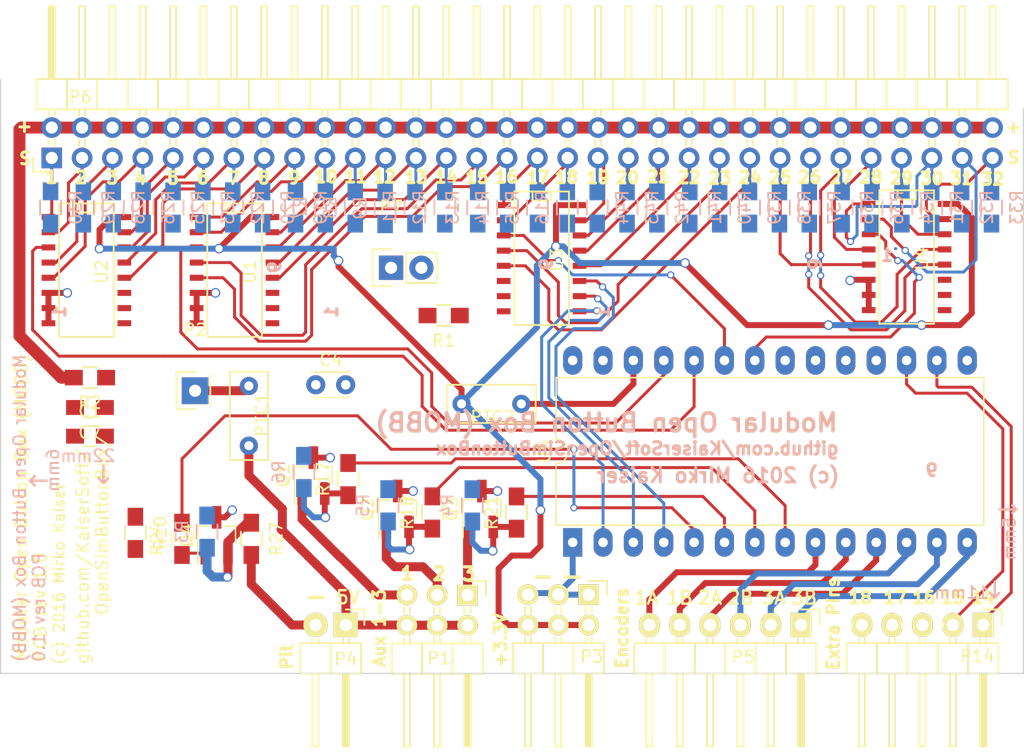
<source format=kicad_pcb>
(kicad_pcb (version 4) (host pcbnew 4.0.4-stable)
  (title_block (title "Modular Open Button Box (MOBB)") (date 2016-12-10) (rev "PCB rev RC6"))
  (layers (0 F.Cu signal) (31 B.Cu signal) (34 B.Paste user hide) (35 F.Paste user hide) (36 B.SilkS user hide) (37 F.SilkS user) (38 B.Mask user) (39 F.Mask user) (44 Edge.Cuts user))
  (net 0 "")
  (net 1 "Net-(P1-Pad1)")
  (net 2 +5V)
  (net 3 "Net-(P1-Pad3)")
  (net 4 "Net-(P1-Pad5)")
  (net 5 +3V3)
  (net 6 GND)
  (net 7 "Net-(P4-Pad2)")
  (net 8 "Net-(P5-Pad1)")
  (net 9 "Net-(P5-Pad2)")
  (net 10 "Net-(P5-Pad3)")
  (net 11 "Net-(P5-Pad4)")
  (net 12 "Net-(P5-Pad5)")
  (net 13 "Net-(P5-Pad6)")
  (net 14 "Net-(P6-Pad1)")
  (net 15 "Net-(P6-Pad3)")
  (net 16 "Net-(P6-Pad5)")
  (net 17 "Net-(P6-Pad7)")
  (net 18 "Net-(P6-Pad9)")
  (net 19 "Net-(P6-Pad11)")
  (net 20 "Net-(P6-Pad13)")
  (net 21 "Net-(P6-Pad15)")
  (net 22 "Net-(P6-Pad17)")
  (net 23 "Net-(P6-Pad19)")
  (net 24 "Net-(P6-Pad21)")
  (net 25 "Net-(P6-Pad23)")
  (net 26 "Net-(P6-Pad25)")
  (net 27 "Net-(P6-Pad27)")
  (net 28 "Net-(P6-Pad29)")
  (net 29 "Net-(P6-Pad31)")
  (net 30 "Net-(P6-Pad33)")
  (net 31 "Net-(P6-Pad35)")
  (net 32 "Net-(P6-Pad37)")
  (net 33 "Net-(P6-Pad39)")
  (net 34 "Net-(P6-Pad41)")
  (net 35 "Net-(P6-Pad43)")
  (net 36 "Net-(P6-Pad45)")
  (net 37 "Net-(P6-Pad47)")
  (net 38 "Net-(P6-Pad49)")
  (net 39 "Net-(P6-Pad51)")
  (net 40 "Net-(P6-Pad53)")
  (net 41 "Net-(P6-Pad55)")
  (net 42 "Net-(P6-Pad57)")
  (net 43 "Net-(P6-Pad59)")
  (net 44 "Net-(P6-Pad61)")
  (net 45 "Net-(P6-Pad63)")
  (net 46 "Net-(P14-Pad1)")
  (net 47 "Net-(P14-Pad2)")
  (net 48 "Net-(P14-Pad3)")
  (net 49 "Net-(P14-Pad4)")
  (net 50 "Net-(P14-Pad5)")
  (net 51 "Net-(Q1-Pad2)")
  (net 52 "Net-(Q2-Pad2)")
  (net 53 "Net-(Q3-Pad2)")
  (net 54 "Net-(U1-Pad3)")
  (net 55 "Net-(U1-Pad9)")
  (net 56 "Net-(U1-Pad10)")
  (net 57 "Net-(U1-Pad11)")
  (net 58 "Net-(U2-Pad3)")
  (net 59 "Net-(U3-Pad3)")
  (net 60 "Net-(U4-Pad3)")
  (net 61 "Net-(Q4-Pad2)")
  (net 62 "Net-(Q4-Pad1)")
  (net 63 "Net-(P2-Pad1)")
  (net 64 PINHEADERSRC)
  (net 65 "Net-(PTC2-Pad2)")
  (net 66 "Net-(P7-Pad2)")
  (net 67 "Net-(R1-Pad1)")
  (net 68 "Net-(R17-Pad2)")
  (net 69 "Net-(R18-Pad2)")
  (net 70 "Net-(R21-Pad2)")
  (net 71 "Net-(R24-Pad2)")
  (module Housings_DIP:DIP-28_W15.24mm_LongPads (layer F.Cu) (at 223.2 133.8 90)
    (fp_text reference U5 (at 7.62 -2.39 90) (layer F.SilkS))
    (fp_text value Teensy3.2)
    (pad 1 thru_hole rect (at 0 0 90) (size 2.4 1.6) (drill 0.8) (layers *.Cu *.Mask) (net 6 GND))
    (pad 15 thru_hole oval (at 15.24 33.02 90) (size 2.4 1.6) (drill 0.8) (layers *.Cu *.Mask) (net 67 "Net-(R1-Pad1)"))
    (pad 2 thru_hole oval (at 0 2.54 90) (size 2.4 1.6) (drill 0.8) (layers *.Cu *.Mask) (net 55 "Net-(U1-Pad9)"))
    (pad 16 thru_hole oval (at 15.24 30.48 90) (size 2.4 1.6) (drill 0.8) (layers *.Cu *.Mask) (net 46 "Net-(P14-Pad1)"))
    (pad 3 thru_hole oval (at 0 5.08 90) (size 2.4 1.6) (drill 0.8) (layers *.Cu *.Mask) (net 56 "Net-(U1-Pad10)"))
    (pad 17 thru_hole oval (at 15.24 27.94 90) (size 2.4 1.6) (drill 0.8) (layers *.Cu *.Mask) (net 47 "Net-(P14-Pad2)"))
    (pad 4 thru_hole oval (at 0 7.62 90) (size 2.4 1.6) (drill 0.8) (layers *.Cu *.Mask) (net 57 "Net-(U1-Pad11)"))
    (pad 18 thru_hole oval (at 15.24 25.4 90) (size 2.4 1.6) (drill 0.8) (layers *.Cu *.Mask) (net 48 "Net-(P14-Pad3)"))
    (pad 5 thru_hole oval (at 0 10.16 90) (size 2.4 1.6) (drill 0.8) (layers *.Cu *.Mask) (net 71 "Net-(R24-Pad2)"))
    (pad 19 thru_hole oval (at 15.24 22.86 90) (size 2.4 1.6) (drill 0.8) (layers *.Cu *.Mask) (net 49 "Net-(P14-Pad4)"))
    (pad 6 thru_hole oval (at 0 12.7 90) (size 2.4 1.6) (drill 0.8) (layers *.Cu *.Mask) (net 70 "Net-(R21-Pad2)"))
    (pad 20 thru_hole oval (at 15.24 20.32 90) (size 2.4 1.6) (drill 0.8) (layers *.Cu *.Mask) (net 50 "Net-(P14-Pad5)"))
    (pad 7 thru_hole oval (at 0 15.24 90) (size 2.4 1.6) (drill 0.8) (layers *.Cu *.Mask) (net 69 "Net-(R18-Pad2)"))
    (pad 21 thru_hole oval (at 15.24 17.78 90) (size 2.4 1.6) (drill 0.8) (layers *.Cu *.Mask))
    (pad 8 thru_hole oval (at 0 17.78 90) (size 2.4 1.6) (drill 0.8) (layers *.Cu *.Mask) (net 68 "Net-(R17-Pad2)"))
    (pad 22 thru_hole oval (at 15.24 15.24 90) (size 2.4 1.6) (drill 0.8) (layers *.Cu *.Mask) (net 60 "Net-(U4-Pad3)"))
    (pad 9 thru_hole oval (at 0 20.32 90) (size 2.4 1.6) (drill 0.8) (layers *.Cu *.Mask) (net 13 "Net-(P5-Pad6)"))
    (pad 23 thru_hole oval (at 15.24 12.7 90) (size 2.4 1.6) (drill 0.8) (layers *.Cu *.Mask) (net 59 "Net-(U3-Pad3)"))
    (pad 10 thru_hole oval (at 0 22.86 90) (size 2.4 1.6) (drill 0.8) (layers *.Cu *.Mask) (net 12 "Net-(P5-Pad5)"))
    (pad 24 thru_hole oval (at 15.24 10.16 90) (size 2.4 1.6) (drill 0.8) (layers *.Cu *.Mask) (net 58 "Net-(U2-Pad3)"))
    (pad 11 thru_hole oval (at 0 25.4 90) (size 2.4 1.6) (drill 0.8) (layers *.Cu *.Mask) (net 11 "Net-(P5-Pad4)"))
    (pad 25 thru_hole oval (at 15.24 7.62 90) (size 2.4 1.6) (drill 0.8) (layers *.Cu *.Mask) (net 54 "Net-(U1-Pad3)"))
    (pad 12 thru_hole oval (at 0 27.94 90) (size 2.4 1.6) (drill 0.8) (layers *.Cu *.Mask) (net 10 "Net-(P5-Pad3)"))
    (pad 26 thru_hole oval (at 15.24 5.08 90) (size 2.4 1.6) (drill 0.8) (layers *.Cu *.Mask) (net 65 "Net-(PTC2-Pad2)"))
    (pad 13 thru_hole oval (at 0 30.48 90) (size 2.4 1.6) (drill 0.8) (layers *.Cu *.Mask) (net 9 "Net-(P5-Pad2)"))
    (pad 27 thru_hole oval (at 15.24 2.54 90) (size 2.4 1.6) (drill 0.8) (layers *.Cu *.Mask))
    (pad 14 thru_hole oval (at 0 33.02 90) (size 2.4 1.6) (drill 0.8) (layers *.Cu *.Mask) (net 8 "Net-(P5-Pad1)"))
    (pad 28 thru_hole oval (at 15.24 0 90) (size 2.4 1.6) (drill 0.8) (layers *.Cu *.Mask))
  )
  (module Resistors_SMD:R_0805_HandSoldering (layer B.Cu) (at 194.75 105.75 90)
    (fp_text reference R22 (at 0 2.1 90) (layer B.SilkS) (effects (justify mirror)))
    (fp_text value 10K)
    (pad 1 smd rect (at -1.35 0 90) (size 1.5 1.3) (layers B.Cu B.Paste B.Mask) (net 6 GND))
    (pad 2 smd rect (at 1.35 0 90) (size 1.5 1.3) (layers B.Cu B.Paste B.Mask) (net 20 "Net-(P6-Pad13)"))
  )
  (module Pin_Headers:Pin_Header_Angled_2x32 (layer F.Cu) (at 179.6 101.6 90)
    (fp_text reference P6 (at 5.09 2.4 180) (layer F.SilkS))
    (fp_text value "BTN 1-32")
    (pad 1 thru_hole rect (at 0 0 90) (size 1.7272 1.7272) (drill 1.016) (layers *.Cu *.Mask) (net 14 "Net-(P6-Pad1)"))
    (pad 2 thru_hole oval (at 2.54 0 90) (size 1.7272 1.7272) (drill 1.016) (layers *.Cu *.Mask) (net 64 PINHEADERSRC))
    (pad 3 thru_hole oval (at 0 2.54 90) (size 1.7272 1.7272) (drill 1.016) (layers *.Cu *.Mask) (net 15 "Net-(P6-Pad3)"))
    (pad 4 thru_hole oval (at 2.54 2.54 90) (size 1.7272 1.7272) (drill 1.016) (layers *.Cu *.Mask) (net 64 PINHEADERSRC))
    (pad 5 thru_hole oval (at 0 5.08 90) (size 1.7272 1.7272) (drill 1.016) (layers *.Cu *.Mask) (net 16 "Net-(P6-Pad5)"))
    (pad 6 thru_hole oval (at 2.54 5.08 90) (size 1.7272 1.7272) (drill 1.016) (layers *.Cu *.Mask) (net 64 PINHEADERSRC))
    (pad 7 thru_hole oval (at 0 7.62 90) (size 1.7272 1.7272) (drill 1.016) (layers *.Cu *.Mask) (net 17 "Net-(P6-Pad7)"))
    (pad 8 thru_hole oval (at 2.54 7.62 90) (size 1.7272 1.7272) (drill 1.016) (layers *.Cu *.Mask) (net 64 PINHEADERSRC))
    (pad 9 thru_hole oval (at 0 10.16 90) (size 1.7272 1.7272) (drill 1.016) (layers *.Cu *.Mask) (net 18 "Net-(P6-Pad9)"))
    (pad 10 thru_hole oval (at 2.54 10.16 90) (size 1.7272 1.7272) (drill 1.016) (layers *.Cu *.Mask) (net 64 PINHEADERSRC))
    (pad 11 thru_hole oval (at 0 12.7 90) (size 1.7272 1.7272) (drill 1.016) (layers *.Cu *.Mask) (net 19 "Net-(P6-Pad11)"))
    (pad 12 thru_hole oval (at 2.54 12.7 90) (size 1.7272 1.7272) (drill 1.016) (layers *.Cu *.Mask) (net 64 PINHEADERSRC))
    (pad 13 thru_hole oval (at 0 15.24 90) (size 1.7272 1.7272) (drill 1.016) (layers *.Cu *.Mask) (net 20 "Net-(P6-Pad13)"))
    (pad 14 thru_hole oval (at 2.54 15.24 90) (size 1.7272 1.7272) (drill 1.016) (layers *.Cu *.Mask) (net 64 PINHEADERSRC))
    (pad 15 thru_hole oval (at 0 17.78 90) (size 1.7272 1.7272) (drill 1.016) (layers *.Cu *.Mask) (net 21 "Net-(P6-Pad15)"))
    (pad 16 thru_hole oval (at 2.54 17.78 90) (size 1.7272 1.7272) (drill 1.016) (layers *.Cu *.Mask) (net 64 PINHEADERSRC))
    (pad 17 thru_hole oval (at 0 20.32 90) (size 1.7272 1.7272) (drill 1.016) (layers *.Cu *.Mask) (net 22 "Net-(P6-Pad17)"))
    (pad 18 thru_hole oval (at 2.54 20.32 90) (size 1.7272 1.7272) (drill 1.016) (layers *.Cu *.Mask) (net 64 PINHEADERSRC))
    (pad 19 thru_hole oval (at 0 22.86 90) (size 1.7272 1.7272) (drill 1.016) (layers *.Cu *.Mask) (net 23 "Net-(P6-Pad19)"))
    (pad 20 thru_hole oval (at 2.54 22.86 90) (size 1.7272 1.7272) (drill 1.016) (layers *.Cu *.Mask) (net 64 PINHEADERSRC))
    (pad 21 thru_hole oval (at 0 25.4 90) (size 1.7272 1.7272) (drill 1.016) (layers *.Cu *.Mask) (net 24 "Net-(P6-Pad21)"))
    (pad 22 thru_hole oval (at 2.54 25.4 90) (size 1.7272 1.7272) (drill 1.016) (layers *.Cu *.Mask) (net 64 PINHEADERSRC))
    (pad 23 thru_hole oval (at 0 27.94 90) (size 1.7272 1.7272) (drill 1.016) (layers *.Cu *.Mask) (net 25 "Net-(P6-Pad23)"))
    (pad 24 thru_hole oval (at 2.54 27.94 90) (size 1.7272 1.7272) (drill 1.016) (layers *.Cu *.Mask) (net 64 PINHEADERSRC))
    (pad 25 thru_hole oval (at 0 30.48 90) (size 1.7272 1.7272) (drill 1.016) (layers *.Cu *.Mask) (net 26 "Net-(P6-Pad25)"))
    (pad 26 thru_hole oval (at 2.54 30.48 90) (size 1.7272 1.7272) (drill 1.016) (layers *.Cu *.Mask) (net 64 PINHEADERSRC))
    (pad 27 thru_hole oval (at 0 33.02 90) (size 1.7272 1.7272) (drill 1.016) (layers *.Cu *.Mask) (net 27 "Net-(P6-Pad27)"))
    (pad 28 thru_hole oval (at 2.54 33.02 90) (size 1.7272 1.7272) (drill 1.016) (layers *.Cu *.Mask) (net 64 PINHEADERSRC))
    (pad 29 thru_hole oval (at 0 35.56 90) (size 1.7272 1.7272) (drill 1.016) (layers *.Cu *.Mask) (net 28 "Net-(P6-Pad29)"))
    (pad 30 thru_hole oval (at 2.54 35.56 90) (size 1.7272 1.7272) (drill 1.016) (layers *.Cu *.Mask) (net 64 PINHEADERSRC))
    (pad 31 thru_hole oval (at 0 38.1 90) (size 1.7272 1.7272) (drill 1.016) (layers *.Cu *.Mask) (net 29 "Net-(P6-Pad31)"))
    (pad 32 thru_hole oval (at 2.54 38.1 90) (size 1.7272 1.7272) (drill 1.016) (layers *.Cu *.Mask) (net 64 PINHEADERSRC))
    (pad 33 thru_hole oval (at 0 40.64 90) (size 1.7272 1.7272) (drill 1.016) (layers *.Cu *.Mask) (net 30 "Net-(P6-Pad33)"))
    (pad 34 thru_hole oval (at 2.54 40.64 90) (size 1.7272 1.7272) (drill 1.016) (layers *.Cu *.Mask) (net 64 PINHEADERSRC))
    (pad 35 thru_hole oval (at 0 43.18 90) (size 1.7272 1.7272) (drill 1.016) (layers *.Cu *.Mask) (net 31 "Net-(P6-Pad35)"))
    (pad 36 thru_hole oval (at 2.54 43.18 90) (size 1.7272 1.7272) (drill 1.016) (layers *.Cu *.Mask) (net 64 PINHEADERSRC))
    (pad 37 thru_hole oval (at 0 45.72 90) (size 1.7272 1.7272) (drill 1.016) (layers *.Cu *.Mask) (net 32 "Net-(P6-Pad37)"))
    (pad 38 thru_hole oval (at 2.54 45.72 90) (size 1.7272 1.7272) (drill 1.016) (layers *.Cu *.Mask) (net 64 PINHEADERSRC))
    (pad 39 thru_hole oval (at 0 48.26 90) (size 1.7272 1.7272) (drill 1.016) (layers *.Cu *.Mask) (net 33 "Net-(P6-Pad39)"))
    (pad 40 thru_hole oval (at 2.54 48.26 90) (size 1.7272 1.7272) (drill 1.016) (layers *.Cu *.Mask) (net 64 PINHEADERSRC))
    (pad 41 thru_hole oval (at 0 50.8 90) (size 1.7272 1.7272) (drill 1.016) (layers *.Cu *.Mask) (net 34 "Net-(P6-Pad41)"))
    (pad 42 thru_hole oval (at 2.54 50.8 90) (size 1.7272 1.7272) (drill 1.016) (layers *.Cu *.Mask) (net 64 PINHEADERSRC))
    (pad 43 thru_hole oval (at 0 53.34 90) (size 1.7272 1.7272) (drill 1.016) (layers *.Cu *.Mask) (net 35 "Net-(P6-Pad43)"))
    (pad 44 thru_hole oval (at 2.54 53.34 90) (size 1.7272 1.7272) (drill 1.016) (layers *.Cu *.Mask) (net 64 PINHEADERSRC))
    (pad 45 thru_hole oval (at 0 55.88 90) (size 1.7272 1.7272) (drill 1.016) (layers *.Cu *.Mask) (net 36 "Net-(P6-Pad45)"))
    (pad 46 thru_hole oval (at 2.54 55.88 90) (size 1.7272 1.7272) (drill 1.016) (layers *.Cu *.Mask) (net 64 PINHEADERSRC))
    (pad 47 thru_hole oval (at 0 58.42 90) (size 1.7272 1.7272) (drill 1.016) (layers *.Cu *.Mask) (net 37 "Net-(P6-Pad47)"))
    (pad 48 thru_hole oval (at 2.54 58.42 90) (size 1.7272 1.7272) (drill 1.016) (layers *.Cu *.Mask) (net 64 PINHEADERSRC))
    (pad 49 thru_hole oval (at 0 60.96 90) (size 1.7272 1.7272) (drill 1.016) (layers *.Cu *.Mask) (net 38 "Net-(P6-Pad49)"))
    (pad 50 thru_hole oval (at 2.54 60.96 90) (size 1.7272 1.7272) (drill 1.016) (layers *.Cu *.Mask) (net 64 PINHEADERSRC))
    (pad 51 thru_hole oval (at 0 63.5 90) (size 1.7272 1.7272) (drill 1.016) (layers *.Cu *.Mask) (net 39 "Net-(P6-Pad51)"))
    (pad 52 thru_hole oval (at 2.54 63.5 90) (size 1.7272 1.7272) (drill 1.016) (layers *.Cu *.Mask) (net 64 PINHEADERSRC))
    (pad 53 thru_hole oval (at 0 66.04 90) (size 1.7272 1.7272) (drill 1.016) (layers *.Cu *.Mask) (net 40 "Net-(P6-Pad53)"))
    (pad 54 thru_hole oval (at 2.54 66.04 90) (size 1.7272 1.7272) (drill 1.016) (layers *.Cu *.Mask) (net 64 PINHEADERSRC))
    (pad 55 thru_hole oval (at 0 68.58 90) (size 1.7272 1.7272) (drill 1.016) (layers *.Cu *.Mask) (net 41 "Net-(P6-Pad55)"))
    (pad 56 thru_hole oval (at 2.54 68.58 90) (size 1.7272 1.7272) (drill 1.016) (layers *.Cu *.Mask) (net 64 PINHEADERSRC))
    (pad 57 thru_hole oval (at 0 71.12 90) (size 1.7272 1.7272) (drill 1.016) (layers *.Cu *.Mask) (net 42 "Net-(P6-Pad57)"))
    (pad 58 thru_hole oval (at 2.54 71.12 90) (size 1.7272 1.7272) (drill 1.016) (layers *.Cu *.Mask) (net 64 PINHEADERSRC))
    (pad 59 thru_hole oval (at 0 73.66 90) (size 1.7272 1.7272) (drill 1.016) (layers *.Cu *.Mask) (net 43 "Net-(P6-Pad59)"))
    (pad 60 thru_hole oval (at 2.54 73.66 90) (size 1.7272 1.7272) (drill 1.016) (layers *.Cu *.Mask) (net 64 PINHEADERSRC))
    (pad 61 thru_hole oval (at 0 76.2 90) (size 1.7272 1.7272) (drill 1.016) (layers *.Cu *.Mask) (net 44 "Net-(P6-Pad61)"))
    (pad 62 thru_hole oval (at 2.54 76.2 90) (size 1.7272 1.7272) (drill 1.016) (layers *.Cu *.Mask) (net 64 PINHEADERSRC))
    (pad 63 thru_hole oval (at 0 78.74 90) (size 1.7272 1.7272) (drill 1.016) (layers *.Cu *.Mask) (net 45 "Net-(P6-Pad63)"))
    (pad 64 thru_hole oval (at 2.54 78.74 90) (size 1.7272 1.7272) (drill 1.016) (layers *.Cu *.Mask) (net 64 PINHEADERSRC))
  )
  (module Pin_Headers:Pin_Header_Angled_1x02 (layer F.Cu) (at 204.216 140.716 270)
    (fp_text reference P4 (at 2.85 0 360) (layer F.SilkS))
    (fp_text value "Pit Limiter")
    (pad 1 thru_hole rect (at 0 0 270) (size 2.032 2.032) (drill 1.016) (layers *.Cu *.Mask F.SilkS) (net 2 +5V))
    (pad 2 thru_hole oval (at 0 2.54 270) (size 2.032 2.032) (drill 1.016) (layers *.Cu *.Mask F.SilkS) (net 7 "Net-(P4-Pad2)"))
  )
  (module Pin_Headers:Pin_Header_Angled_1x06 (layer F.Cu) (at 242.316 140.716 270)
    (fp_text reference P5 (at 2.685 4.845 360) (layer F.SilkS))
    (fp_text value "Rotary Encoders")
    (pad 1 thru_hole rect (at 0 0 270) (size 2.032 1.7272) (drill 1.016) (layers *.Cu *.Mask F.SilkS) (net 8 "Net-(P5-Pad1)"))
    (pad 2 thru_hole oval (at 0 2.54 270) (size 2.032 1.7272) (drill 1.016) (layers *.Cu *.Mask F.SilkS) (net 9 "Net-(P5-Pad2)"))
    (pad 3 thru_hole oval (at 0 5.08 270) (size 2.032 1.7272) (drill 1.016) (layers *.Cu *.Mask F.SilkS) (net 10 "Net-(P5-Pad3)"))
    (pad 4 thru_hole oval (at 0 7.62 270) (size 2.032 1.7272) (drill 1.016) (layers *.Cu *.Mask F.SilkS) (net 11 "Net-(P5-Pad4)"))
    (pad 5 thru_hole oval (at 0 10.16 270) (size 2.032 1.7272) (drill 1.016) (layers *.Cu *.Mask F.SilkS) (net 12 "Net-(P5-Pad5)"))
    (pad 6 thru_hole oval (at 0 12.7 270) (size 2.032 1.7272) (drill 1.016) (layers *.Cu *.Mask F.SilkS) (net 13 "Net-(P5-Pad6)"))
  )
  (module Pin_Headers:Pin_Header_Angled_2x03 (layer F.Cu) (at 214.4 138.2 270)
    (fp_text reference P1 (at 5.3 2.4 360) (layer F.SilkS))
    (fp_text value "AUX 1-3")
    (pad 1 thru_hole rect (at 0 0 270) (size 1.7272 1.7272) (drill 1.016) (layers *.Cu *.Mask F.SilkS) (net 1 "Net-(P1-Pad1)"))
    (pad 2 thru_hole oval (at 2.54 0 270) (size 1.7272 1.7272) (drill 1.016) (layers *.Cu *.Mask F.SilkS) (net 2 +5V))
    (pad 3 thru_hole oval (at 0 2.54 270) (size 1.7272 1.7272) (drill 1.016) (layers *.Cu *.Mask F.SilkS) (net 3 "Net-(P1-Pad3)"))
    (pad 4 thru_hole oval (at 2.54 2.54 270) (size 1.7272 1.7272) (drill 1.016) (layers *.Cu *.Mask F.SilkS) (net 2 +5V))
    (pad 5 thru_hole oval (at 0 5.08 270) (size 1.7272 1.7272) (drill 1.016) (layers *.Cu *.Mask F.SilkS) (net 4 "Net-(P1-Pad5)"))
    (pad 6 thru_hole oval (at 2.54 5.08 270) (size 1.7272 1.7272) (drill 1.016) (layers *.Cu *.Mask F.SilkS) (net 2 +5V))
  )
  (module Pin_Headers:Pin_Header_Angled_2x03 (layer F.Cu) (at 224.536 138.176 270)
    (fp_text reference P3 (at 5.19 -0.26 360) (layer F.SilkS))
    (fp_text value +3.3V)
    (pad 1 thru_hole rect (at 0 0 270) (size 1.7272 1.7272) (drill 1.016) (layers *.Cu *.Mask F.SilkS) (net 6 GND))
    (pad 2 thru_hole oval (at 2.54 0 270) (size 1.7272 1.7272) (drill 1.016) (layers *.Cu *.Mask F.SilkS) (net 5 +3V3))
    (pad 3 thru_hole oval (at 0 2.54 270) (size 1.7272 1.7272) (drill 1.016) (layers *.Cu *.Mask F.SilkS) (net 6 GND))
    (pad 4 thru_hole oval (at 2.54 2.54 270) (size 1.7272 1.7272) (drill 1.016) (layers *.Cu *.Mask F.SilkS) (net 5 +3V3))
    (pad 5 thru_hole oval (at 0 5.08 270) (size 1.7272 1.7272) (drill 1.016) (layers *.Cu *.Mask F.SilkS) (net 6 GND))
    (pad 6 thru_hole oval (at 2.54 5.08 270) (size 1.7272 1.7272) (drill 1.016) (layers *.Cu *.Mask F.SilkS) (net 5 +3V3))
  )
  (module Pin_Headers:Pin_Header_Angled_1x05 (layer F.Cu) (at 257.556 140.716 270)
    (fp_text reference P14 (at 2.605 0.505 360) (layer F.SilkS))
    (fp_text value "EXTRA Pins")
    (pad 1 thru_hole rect (at 0 0 270) (size 2.032 1.7272) (drill 1.016) (layers *.Cu *.Mask F.SilkS) (net 46 "Net-(P14-Pad1)"))
    (pad 2 thru_hole oval (at 0 2.54 270) (size 2.032 1.7272) (drill 1.016) (layers *.Cu *.Mask F.SilkS) (net 47 "Net-(P14-Pad2)"))
    (pad 3 thru_hole oval (at 0 5.08 270) (size 2.032 1.7272) (drill 1.016) (layers *.Cu *.Mask F.SilkS) (net 48 "Net-(P14-Pad3)"))
    (pad 4 thru_hole oval (at 0 7.62 270) (size 2.032 1.7272) (drill 1.016) (layers *.Cu *.Mask F.SilkS) (net 49 "Net-(P14-Pad4)"))
    (pad 5 thru_hole oval (at 0 10.16 270) (size 2.032 1.7272) (drill 1.016) (layers *.Cu *.Mask F.SilkS) (net 50 "Net-(P14-Pad5)"))
  )
  (module Capacitors_SMD:C_0805_HandSoldering (layer F.Cu) (at 182.8 124.9)
    (fp_text reference C1 (at 0 -2.1) (layer F.SilkS))
    (fp_text value C)
    (pad 1 smd rect (at -1.25 0) (size 1.5 1.25) (layers F.Cu F.Paste F.Mask) (net 6 GND))
    (pad 2 smd rect (at 1.25 0) (size 1.5 1.25) (layers F.Cu F.Paste F.Mask) (net 5 +3V3))
  )
  (module Capacitors_ThroughHole:C_Disc_D3.0mm_W2.0mm_P2.50mm (layer F.Cu) (at 201.7 120.6)
    (fp_text reference C4 (at 1.25 -2.06) (layer F.SilkS))
    (fp_text value C)
    (pad 1 thru_hole circle (at 0 0) (size 1.6 1.6) (drill 0.8) (layers *.Cu *.Mask) (net 6 GND))
    (pad 2 thru_hole circle (at 2.5 0) (size 1.6 1.6) (drill 0.8) (layers *.Cu *.Mask) (net 5 +3V3))
  )
  (module Capacitors_SMD:C_0805_HandSoldering (layer F.Cu) (at 182.8 122.5 180)
    (fp_text reference C7 (at 0 -2.1 180) (layer F.SilkS))
    (fp_text value CP)
    (pad 1 smd rect (at -1.25 0 180) (size 1.5 1.25) (layers F.Cu F.Paste F.Mask) (net 5 +3V3))
    (pad 2 smd rect (at 1.25 0 180) (size 1.5 1.25) (layers F.Cu F.Paste F.Mask) (net 6 GND))
  )
  (module MOBB-KiCad-Lib:PTC-5MM (layer F.Cu) (at 216.4 122.2)
    (fp_text reference PTC2 (at 0.1 1.1) (layer F.SilkS))
    (fp_text value h0.3A/t0.5A)
    (pad 1 thru_hole circle (at -2.5 0) (size 1.524 1.524) (drill 0.762) (layers *.Cu *.Mask) (net 5 +3V3))
    (pad 2 thru_hole circle (at 2.5 0) (size 1.524 1.524) (drill 0.762) (layers *.Cu *.Mask) (net 65 "Net-(PTC2-Pad2)"))
  )
  (module TO_SOT_Packages_SMD:SOT-23_Handsoldering (layer F.Cu) (at 201.5 128.2 90)
    (fp_text reference Q1 (at 0 -2.5 90) (layer F.SilkS))
    (fp_text value NPN)
    (pad 1 smd rect (at -1.5 -0.95 90) (size 1.9 0.8) (layers F.Cu F.Paste F.Mask) (net 4 "Net-(P1-Pad5)"))
    (pad 2 smd rect (at -1.5 0.95 90) (size 1.9 0.8) (layers F.Cu F.Paste F.Mask) (net 51 "Net-(Q1-Pad2)"))
    (pad 3 smd rect (at 1.5 0 90) (size 1.9 0.8) (layers F.Cu F.Paste F.Mask) (net 6 GND))
  )
  (module TO_SOT_Packages_SMD:SOT-23_Handsoldering (layer F.Cu) (at 208.5508 130.994 90)
    (fp_text reference Q2 (at 0 -2.5 90) (layer F.SilkS))
    (fp_text value NPN)
    (pad 1 smd rect (at -1.5 -0.95 90) (size 1.9 0.8) (layers F.Cu F.Paste F.Mask) (net 3 "Net-(P1-Pad3)"))
    (pad 2 smd rect (at -1.5 0.95 90) (size 1.9 0.8) (layers F.Cu F.Paste F.Mask) (net 52 "Net-(Q2-Pad2)"))
    (pad 3 smd rect (at 1.5 0 90) (size 1.9 0.8) (layers F.Cu F.Paste F.Mask) (net 6 GND))
  )
  (module TO_SOT_Packages_SMD:SOT-23_Handsoldering (layer F.Cu) (at 215.6 131 90)
    (fp_text reference Q3 (at 0 -2.5 90) (layer F.SilkS))
    (fp_text value NPN)
    (pad 1 smd rect (at -1.5 -0.95 90) (size 1.9 0.8) (layers F.Cu F.Paste F.Mask) (net 1 "Net-(P1-Pad1)"))
    (pad 2 smd rect (at -1.5 0.95 90) (size 1.9 0.8) (layers F.Cu F.Paste F.Mask) (net 53 "Net-(Q3-Pad2)"))
    (pad 3 smd rect (at 1.5 0 90) (size 1.9 0.8) (layers F.Cu F.Paste F.Mask) (net 6 GND))
  )
  (module TO_SOT_Packages_SMD:SOT-23_Handsoldering (layer F.Cu) (at 193.4 133.2 90)
    (fp_text reference Q4 (at 0 -2.5 90) (layer F.SilkS))
    (fp_text value NPN)
    (pad 1 smd rect (at -1.5 -0.95 90) (size 1.9 0.8) (layers F.Cu F.Paste F.Mask) (net 62 "Net-(Q4-Pad1)"))
    (pad 2 smd rect (at -1.5 0.95 90) (size 1.9 0.8) (layers F.Cu F.Paste F.Mask) (net 61 "Net-(Q4-Pad2)"))
    (pad 3 smd rect (at 1.5 0 90) (size 1.9 0.8) (layers F.Cu F.Paste F.Mask) (net 6 GND))
  )
  (module Resistors_SMD:R_0805_HandSoldering (layer F.Cu) (at 212.4 114.8 180)
    (fp_text reference R1 (at 0 -2.1 180) (layer F.SilkS))
    (fp_text value 10K)
    (pad 1 smd rect (at -1.35 0 180) (size 1.5 1.3) (layers F.Cu F.Paste F.Mask) (net 67 "Net-(R1-Pad1)"))
    (pad 2 smd rect (at 1.35 0 180) (size 1.5 1.3) (layers F.Cu F.Paste F.Mask) (net 66 "Net-(P7-Pad2)"))
  )
  (module Resistors_SMD:R_0805_HandSoldering (layer F.Cu) (at 182.8 120 180)
    (fp_text reference R2 (at 0 -2.1 180) (layer F.SilkS))
    (fp_text value 10K)
    (pad 1 smd rect (at -1.35 0 180) (size 1.5 1.3) (layers F.Cu F.Paste F.Mask) (net 5 +3V3))
    (pad 2 smd rect (at 1.35 0 180) (size 1.5 1.3) (layers F.Cu F.Paste F.Mask) (net 64 PINHEADERSRC))
  )
  (module Resistors_SMD:R_0805_HandSoldering (layer B.Cu) (at 192.6 132.9 270)
    (fp_text reference R3 (at 0 2.1 270) (layer B.SilkS) (effects (justify mirror)))
    (fp_text value 10K)
    (pad 1 smd rect (at -1.35 0 270) (size 1.5 1.3) (layers B.Cu B.Paste B.Mask) (net 6 GND))
    (pad 2 smd rect (at 1.35 0 270) (size 1.5 1.3) (layers B.Cu B.Paste B.Mask) (net 61 "Net-(Q4-Pad2)"))
  )
  (module Resistors_SMD:R_0805_HandSoldering (layer B.Cu) (at 214.8 130.7 270)
    (fp_text reference R4 (at 0 2.1 270) (layer B.SilkS) (effects (justify mirror)))
    (fp_text value 10K)
    (pad 1 smd rect (at -1.35 0 270) (size 1.5 1.3) (layers B.Cu B.Paste B.Mask) (net 6 GND))
    (pad 2 smd rect (at 1.35 0 270) (size 1.5 1.3) (layers B.Cu B.Paste B.Mask) (net 53 "Net-(Q3-Pad2)"))
  )
  (module Resistors_SMD:R_0805_HandSoldering (layer B.Cu) (at 207.7508 130.694 270)
    (fp_text reference R5 (at 0 2.1 270) (layer B.SilkS) (effects (justify mirror)))
    (fp_text value 10K)
    (pad 1 smd rect (at -1.35 0 270) (size 1.5 1.3) (layers B.Cu B.Paste B.Mask) (net 6 GND))
    (pad 2 smd rect (at 1.35 0 270) (size 1.5 1.3) (layers B.Cu B.Paste B.Mask) (net 52 "Net-(Q2-Pad2)"))
  )
  (module Resistors_SMD:R_0805_HandSoldering (layer B.Cu) (at 200.7 127.9 270)
    (fp_text reference R6 (at 0 2.1 270) (layer B.SilkS) (effects (justify mirror)))
    (fp_text value 10K)
    (pad 1 smd rect (at -1.35 0 270) (size 1.5 1.3) (layers B.Cu B.Paste B.Mask) (net 6 GND))
    (pad 2 smd rect (at 1.35 0 270) (size 1.5 1.3) (layers B.Cu B.Paste B.Mask) (net 51 "Net-(Q1-Pad2)"))
  )
  (module Resistors_SMD:R_0805_HandSoldering (layer B.Cu) (at 202.5 105.75 270)
    (fp_text reference R7 (at 0 2.1 270) (layer B.SilkS) (effects (justify mirror)))
    (fp_text value 10K)
    (pad 1 smd rect (at -1.35 0 270) (size 1.5 1.3) (layers B.Cu B.Paste B.Mask) (net 23 "Net-(P6-Pad19)"))
    (pad 2 smd rect (at 1.35 0 270) (size 1.5 1.3) (layers B.Cu B.Paste B.Mask) (net 6 GND))
  )
  (module Resistors_SMD:R_0805_HandSoldering (layer B.Cu) (at 205 105.75 270)
    (fp_text reference R8 (at 0 2.1 270) (layer B.SilkS) (effects (justify mirror)))
    (fp_text value 10K)
    (pad 1 smd rect (at -1.35 0 270) (size 1.5 1.3) (layers B.Cu B.Paste B.Mask) (net 24 "Net-(P6-Pad21)"))
    (pad 2 smd rect (at 1.35 0 270) (size 1.5 1.3) (layers B.Cu B.Paste B.Mask) (net 6 GND))
  )
  (module Resistors_SMD:R_0805_HandSoldering (layer B.Cu) (at 207.5 105.8 270)
    (fp_text reference R9 (at 0 2.1 270) (layer B.SilkS) (effects (justify mirror)))
    (fp_text value 10K)
    (pad 1 smd rect (at -1.35 0 270) (size 1.5 1.3) (layers B.Cu B.Paste B.Mask) (net 25 "Net-(P6-Pad23)"))
    (pad 2 smd rect (at 1.35 0 270) (size 1.5 1.3) (layers B.Cu B.Paste B.Mask) (net 6 GND))
  )
  (module Resistors_SMD:R_0805_HandSoldering (layer F.Cu) (at 186.6 133 270)
    (fp_text reference R10 (at 0 -2.1 270) (layer F.SilkS))
    (fp_text value 100K)
    (pad 1 smd rect (at -1.35 0 270) (size 1.5 1.3) (layers F.Cu F.Paste F.Mask) (net 5 +3V3))
    (pad 2 smd rect (at 1.35 0 270) (size 1.5 1.3) (layers F.Cu F.Paste F.Mask) (net 62 "Net-(Q4-Pad1)"))
  )
  (module Resistors_SMD:R_0805_HandSoldering (layer B.Cu) (at 210 105.75 270)
    (fp_text reference R11 (at 0 2.1 270) (layer B.SilkS) (effects (justify mirror)))
    (fp_text value 10K)
    (pad 1 smd rect (at -1.35 0 270) (size 1.5 1.3) (layers B.Cu B.Paste B.Mask) (net 26 "Net-(P6-Pad25)"))
    (pad 2 smd rect (at 1.35 0 270) (size 1.5 1.3) (layers B.Cu B.Paste B.Mask) (net 6 GND))
  )
  (module Resistors_SMD:R_0805_HandSoldering (layer B.Cu) (at 212.5 105.75 270)
    (fp_text reference R12 (at 0 2.1 270) (layer B.SilkS) (effects (justify mirror)))
    (fp_text value 10K)
    (pad 1 smd rect (at -1.35 0 270) (size 1.5 1.3) (layers B.Cu B.Paste B.Mask) (net 27 "Net-(P6-Pad27)"))
    (pad 2 smd rect (at 1.35 0 270) (size 1.5 1.3) (layers B.Cu B.Paste B.Mask) (net 6 GND))
  )
  (module Resistors_SMD:R_0805_HandSoldering (layer B.Cu) (at 215.25 105.75 270)
    (fp_text reference R13 (at 0 2.1 270) (layer B.SilkS) (effects (justify mirror)))
    (fp_text value 10K)
    (pad 1 smd rect (at -1.35 0 270) (size 1.5 1.3) (layers B.Cu B.Paste B.Mask) (net 28 "Net-(P6-Pad29)"))
    (pad 2 smd rect (at 1.35 0 270) (size 1.5 1.3) (layers B.Cu B.Paste B.Mask) (net 6 GND))
  )
  (module Resistors_SMD:R_0805_HandSoldering (layer B.Cu) (at 217.75 105.75 270)
    (fp_text reference R14 (at 0 2.1 270) (layer B.SilkS) (effects (justify mirror)))
    (fp_text value 10K)
    (pad 1 smd rect (at -1.35 0 270) (size 1.5 1.3) (layers B.Cu B.Paste B.Mask) (net 29 "Net-(P6-Pad31)"))
    (pad 2 smd rect (at 1.35 0 270) (size 1.5 1.3) (layers B.Cu B.Paste B.Mask) (net 6 GND))
  )
  (module Resistors_SMD:R_0805_HandSoldering (layer B.Cu) (at 220.25 105.75 270)
    (fp_text reference R15 (at 0 2.1 270) (layer B.SilkS) (effects (justify mirror)))
    (fp_text value 10K)
    (pad 1 smd rect (at -1.35 0 270) (size 1.5 1.3) (layers B.Cu B.Paste B.Mask) (net 30 "Net-(P6-Pad33)"))
    (pad 2 smd rect (at 1.35 0 270) (size 1.5 1.3) (layers B.Cu B.Paste B.Mask) (net 6 GND))
  )
  (module Resistors_SMD:R_0805_HandSoldering (layer B.Cu) (at 222.75 105.75 270)
    (fp_text reference R16 (at 0 2.1 270) (layer B.SilkS) (effects (justify mirror)))
    (fp_text value 10K)
    (pad 1 smd rect (at -1.35 0 270) (size 1.5 1.3) (layers B.Cu B.Paste B.Mask) (net 31 "Net-(P6-Pad35)"))
    (pad 2 smd rect (at 1.35 0 270) (size 1.5 1.3) (layers B.Cu B.Paste B.Mask) (net 6 GND))
  )
  (module Resistors_SMD:R_0805_HandSoldering (layer F.Cu) (at 204.4 128.5 90)
    (fp_text reference R17 (at 0 -2.1 90) (layer F.SilkS))
    (fp_text value 1K)
    (pad 1 smd rect (at -1.35 0 90) (size 1.5 1.3) (layers F.Cu F.Paste F.Mask) (net 51 "Net-(Q1-Pad2)"))
    (pad 2 smd rect (at 1.35 0 90) (size 1.5 1.3) (layers F.Cu F.Paste F.Mask) (net 68 "Net-(R17-Pad2)"))
  )
  (module Resistors_SMD:R_0805_HandSoldering (layer F.Cu) (at 211.4508 131.294 90)
    (fp_text reference R18 (at 0 -2.1 90) (layer F.SilkS))
    (fp_text value 1K)
    (pad 1 smd rect (at -1.35 0 90) (size 1.5 1.3) (layers F.Cu F.Paste F.Mask) (net 52 "Net-(Q2-Pad2)"))
    (pad 2 smd rect (at 1.35 0 90) (size 1.5 1.3) (layers F.Cu F.Paste F.Mask) (net 69 "Net-(R18-Pad2)"))
  )
  (module Resistors_SMD:R_0805_HandSoldering (layer B.Cu) (at 200 105.75 90)
    (fp_text reference R19 (at 0 2.1 90) (layer B.SilkS) (effects (justify mirror)))
    (fp_text value 10K)
    (pad 1 smd rect (at -1.35 0 90) (size 1.5 1.3) (layers B.Cu B.Paste B.Mask) (net 6 GND))
    (pad 2 smd rect (at 1.35 0 90) (size 1.5 1.3) (layers B.Cu B.Paste B.Mask) (net 22 "Net-(P6-Pad17)"))
  )
  (module Resistors_SMD:R_0805_HandSoldering (layer B.Cu) (at 197.25 105.75 90)
    (fp_text reference R20 (at 0 2.1 90) (layer B.SilkS) (effects (justify mirror)))
    (fp_text value 10K)
    (pad 1 smd rect (at -1.35 0 90) (size 1.5 1.3) (layers B.Cu B.Paste B.Mask) (net 6 GND))
    (pad 2 smd rect (at 1.35 0 90) (size 1.5 1.3) (layers B.Cu B.Paste B.Mask) (net 21 "Net-(P6-Pad15)"))
  )
  (module Resistors_SMD:R_0805_HandSoldering (layer F.Cu) (at 218.5 131.3 90)
    (fp_text reference R21 (at 0 -2.1 90) (layer F.SilkS))
    (fp_text value 1K)
    (pad 1 smd rect (at -1.35 0 90) (size 1.5 1.3) (layers F.Cu F.Paste F.Mask) (net 53 "Net-(Q3-Pad2)"))
    (pad 2 smd rect (at 1.35 0 90) (size 1.5 1.3) (layers F.Cu F.Paste F.Mask) (net 70 "Net-(R21-Pad2)"))
  )
  (module Resistors_SMD:R_0805_HandSoldering (layer B.Cu) (at 192.25 105.75 90)
    (fp_text reference R23 (at 0 2.1 90) (layer B.SilkS) (effects (justify mirror)))
    (fp_text value 10K)
    (pad 1 smd rect (at -1.35 0 90) (size 1.5 1.3) (layers B.Cu B.Paste B.Mask) (net 6 GND))
    (pad 2 smd rect (at 1.35 0 90) (size 1.5 1.3) (layers B.Cu B.Paste B.Mask) (net 19 "Net-(P6-Pad11)"))
  )
  (module Resistors_SMD:R_0805_HandSoldering (layer F.Cu) (at 190.5 133.5 90)
    (fp_text reference R24 (at 0 -2.1 90) (layer F.SilkS))
    (fp_text value 1K)
    (pad 1 smd rect (at -1.35 0 90) (size 1.5 1.3) (layers F.Cu F.Paste F.Mask) (net 62 "Net-(Q4-Pad1)"))
    (pad 2 smd rect (at 1.35 0 90) (size 1.5 1.3) (layers F.Cu F.Paste F.Mask) (net 71 "Net-(R24-Pad2)"))
  )
  (module Resistors_SMD:R_0805_HandSoldering (layer B.Cu) (at 189.75 105.75 90)
    (fp_text reference R25 (at 0 2.1 90) (layer B.SilkS) (effects (justify mirror)))
    (fp_text value 10K)
    (pad 1 smd rect (at -1.35 0 90) (size 1.5 1.3) (layers B.Cu B.Paste B.Mask) (net 6 GND))
    (pad 2 smd rect (at 1.35 0 90) (size 1.5 1.3) (layers B.Cu B.Paste B.Mask) (net 18 "Net-(P6-Pad9)"))
  )
  (module Resistors_SMD:R_0805_HandSoldering (layer B.Cu) (at 187.25 105.75 90)
    (fp_text reference R26 (at 0 2.1 90) (layer B.SilkS) (effects (justify mirror)))
    (fp_text value 10K)
    (pad 1 smd rect (at -1.35 0 90) (size 1.5 1.3) (layers B.Cu B.Paste B.Mask) (net 6 GND))
    (pad 2 smd rect (at 1.35 0 90) (size 1.5 1.3) (layers B.Cu B.Paste B.Mask) (net 17 "Net-(P6-Pad7)"))
  )
  (module Resistors_SMD:R_0805_HandSoldering (layer F.Cu) (at 196.3 133.5 270)
    (fp_text reference R27 (at 0 -2.1 270) (layer F.SilkS))
    (fp_text value 1K)
    (pad 1 smd rect (at -1.35 0 270) (size 1.5 1.3) (layers F.Cu F.Paste F.Mask) (net 61 "Net-(Q4-Pad2)"))
    (pad 2 smd rect (at 1.35 0 270) (size 1.5 1.3) (layers F.Cu F.Paste F.Mask) (net 7 "Net-(P4-Pad2)"))
  )
  (module Resistors_SMD:R_0805_HandSoldering (layer B.Cu) (at 184.75 105.75 90)
    (fp_text reference R28 (at 0 2.1 90) (layer B.SilkS) (effects (justify mirror)))
    (fp_text value 10K)
    (pad 1 smd rect (at -1.35 0 90) (size 1.5 1.3) (layers B.Cu B.Paste B.Mask) (net 6 GND))
    (pad 2 smd rect (at 1.35 0 90) (size 1.5 1.3) (layers B.Cu B.Paste B.Mask) (net 16 "Net-(P6-Pad5)"))
  )
  (module Resistors_SMD:R_0805_HandSoldering (layer B.Cu) (at 182.25 105.75 90)
    (fp_text reference R29 (at 0 2.1 90) (layer B.SilkS) (effects (justify mirror)))
    (fp_text value 10K)
    (pad 1 smd rect (at -1.35 0 90) (size 1.5 1.3) (layers B.Cu B.Paste B.Mask) (net 6 GND))
    (pad 2 smd rect (at 1.35 0 90) (size 1.5 1.3) (layers B.Cu B.Paste B.Mask) (net 15 "Net-(P6-Pad3)"))
  )
  (module Resistors_SMD:R_0805_HandSoldering (layer B.Cu) (at 179.5 105.75 90)
    (fp_text reference R30 (at 0 2.1 90) (layer B.SilkS) (effects (justify mirror)))
    (fp_text value 10K)
    (pad 1 smd rect (at -1.35 0 90) (size 1.5 1.3) (layers B.Cu B.Paste B.Mask) (net 6 GND))
    (pad 2 smd rect (at 1.35 0 90) (size 1.5 1.3) (layers B.Cu B.Paste B.Mask) (net 14 "Net-(P6-Pad1)"))
  )
  (module Resistors_SMD:R_0805_HandSoldering (layer B.Cu) (at 253.25 105.75 90)
    (fp_text reference R31 (at 0 2.1 90) (layer B.SilkS) (effects (justify mirror)))
    (fp_text value 10K)
    (pad 1 smd rect (at -1.35 0 90) (size 1.5 1.3) (layers B.Cu B.Paste B.Mask) (net 6 GND))
    (pad 2 smd rect (at 1.35 0 90) (size 1.5 1.3) (layers B.Cu B.Paste B.Mask) (net 43 "Net-(P6-Pad59)"))
  )
  (module Resistors_SMD:R_0805_HandSoldering (layer B.Cu) (at 255.75 105.75 90)
    (fp_text reference R32 (at 0 2.1 90) (layer B.SilkS) (effects (justify mirror)))
    (fp_text value 10K)
    (pad 1 smd rect (at -1.35 0 90) (size 1.5 1.3) (layers B.Cu B.Paste B.Mask) (net 6 GND))
    (pad 2 smd rect (at 1.35 0 90) (size 1.5 1.3) (layers B.Cu B.Paste B.Mask) (net 44 "Net-(P6-Pad61)"))
  )
  (module Resistors_SMD:R_0805_HandSoldering (layer B.Cu) (at 258.25 105.75 90)
    (fp_text reference R33 (at 0 2.1 90) (layer B.SilkS) (effects (justify mirror)))
    (fp_text value 10K)
    (pad 1 smd rect (at -1.35 0 90) (size 1.5 1.3) (layers B.Cu B.Paste B.Mask) (net 6 GND))
    (pad 2 smd rect (at 1.35 0 90) (size 1.5 1.3) (layers B.Cu B.Paste B.Mask) (net 45 "Net-(P6-Pad63)"))
  )
  (module Resistors_SMD:R_0805_HandSoldering (layer B.Cu) (at 250.75 105.75 90)
    (fp_text reference R34 (at 0 2.1 90) (layer B.SilkS) (effects (justify mirror)))
    (fp_text value 10K)
    (pad 1 smd rect (at -1.35 0 90) (size 1.5 1.3) (layers B.Cu B.Paste B.Mask) (net 6 GND))
    (pad 2 smd rect (at 1.35 0 90) (size 1.5 1.3) (layers B.Cu B.Paste B.Mask) (net 42 "Net-(P6-Pad57)"))
  )
  (module Resistors_SMD:R_0805_HandSoldering (layer B.Cu) (at 245.75 105.75 90)
    (fp_text reference R35 (at 0 2.1 90) (layer B.SilkS) (effects (justify mirror)))
    (fp_text value 10K)
    (pad 1 smd rect (at -1.35 0 90) (size 1.5 1.3) (layers B.Cu B.Paste B.Mask) (net 6 GND))
    (pad 2 smd rect (at 1.35 0 90) (size 1.5 1.3) (layers B.Cu B.Paste B.Mask) (net 40 "Net-(P6-Pad53)"))
  )
  (module Resistors_SMD:R_0805_HandSoldering (layer B.Cu) (at 248.25 105.75 90)
    (fp_text reference R36 (at 0 2.1 90) (layer B.SilkS) (effects (justify mirror)))
    (fp_text value 10K)
    (pad 1 smd rect (at -1.35 0 90) (size 1.5 1.3) (layers B.Cu B.Paste B.Mask) (net 6 GND))
    (pad 2 smd rect (at 1.35 0 90) (size 1.5 1.3) (layers B.Cu B.Paste B.Mask) (net 41 "Net-(P6-Pad55)"))
  )
  (module Resistors_SMD:R_0805_HandSoldering (layer B.Cu) (at 243 105.75 90)
    (fp_text reference R37 (at 0 2.1 90) (layer B.SilkS) (effects (justify mirror)))
    (fp_text value 10K)
    (pad 1 smd rect (at -1.35 0 90) (size 1.5 1.3) (layers B.Cu B.Paste B.Mask) (net 6 GND))
    (pad 2 smd rect (at 1.35 0 90) (size 1.5 1.3) (layers B.Cu B.Paste B.Mask) (net 39 "Net-(P6-Pad51)"))
  )
  (module Resistors_SMD:R_0805_HandSoldering (layer B.Cu) (at 240.5 105.75 90)
    (fp_text reference R38 (at 0 2.1 90) (layer B.SilkS) (effects (justify mirror)))
    (fp_text value 10K)
    (pad 1 smd rect (at -1.35 0 90) (size 1.5 1.3) (layers B.Cu B.Paste B.Mask) (net 6 GND))
    (pad 2 smd rect (at 1.35 0 90) (size 1.5 1.3) (layers B.Cu B.Paste B.Mask) (net 38 "Net-(P6-Pad49)"))
  )
  (module Resistors_SMD:R_0805_HandSoldering (layer B.Cu) (at 238 105.75 90)
    (fp_text reference R39 (at 0 2.1 90) (layer B.SilkS) (effects (justify mirror)))
    (fp_text value 10K)
    (pad 1 smd rect (at -1.35 0 90) (size 1.5 1.3) (layers B.Cu B.Paste B.Mask) (net 6 GND))
    (pad 2 smd rect (at 1.35 0 90) (size 1.5 1.3) (layers B.Cu B.Paste B.Mask) (net 37 "Net-(P6-Pad47)"))
  )
  (module Resistors_SMD:R_0805_HandSoldering (layer B.Cu) (at 235.5 105.75 90)
    (fp_text reference R40 (at 0 2.1 90) (layer B.SilkS) (effects (justify mirror)))
    (fp_text value 10K)
    (pad 1 smd rect (at -1.35 0 90) (size 1.5 1.3) (layers B.Cu B.Paste B.Mask) (net 6 GND))
    (pad 2 smd rect (at 1.35 0 90) (size 1.5 1.3) (layers B.Cu B.Paste B.Mask) (net 36 "Net-(P6-Pad45)"))
  )
  (module Resistors_SMD:R_0805_HandSoldering (layer B.Cu) (at 233 105.75 90)
    (fp_text reference R41 (at 0 2.1 90) (layer B.SilkS) (effects (justify mirror)))
    (fp_text value 10K)
    (pad 1 smd rect (at -1.35 0 90) (size 1.5 1.3) (layers B.Cu B.Paste B.Mask) (net 6 GND))
    (pad 2 smd rect (at 1.35 0 90) (size 1.5 1.3) (layers B.Cu B.Paste B.Mask) (net 35 "Net-(P6-Pad43)"))
  )
  (module Resistors_SMD:R_0805_HandSoldering (layer B.Cu) (at 230.25 105.75 90)
    (fp_text reference R42 (at 0 2.1 90) (layer B.SilkS) (effects (justify mirror)))
    (fp_text value 10K)
    (pad 1 smd rect (at -1.35 0 90) (size 1.5 1.3) (layers B.Cu B.Paste B.Mask) (net 6 GND))
    (pad 2 smd rect (at 1.35 0 90) (size 1.5 1.3) (layers B.Cu B.Paste B.Mask) (net 34 "Net-(P6-Pad41)"))
  )
  (module Resistors_SMD:R_0805_HandSoldering (layer B.Cu) (at 227.75 105.75 90)
    (fp_text reference R43 (at 0 2.1 90) (layer B.SilkS) (effects (justify mirror)))
    (fp_text value 10K)
    (pad 1 smd rect (at -1.35 0 90) (size 1.5 1.3) (layers B.Cu B.Paste B.Mask) (net 6 GND))
    (pad 2 smd rect (at 1.35 0 90) (size 1.5 1.3) (layers B.Cu B.Paste B.Mask) (net 33 "Net-(P6-Pad39)"))
  )
  (module Resistors_SMD:R_0805_HandSoldering (layer B.Cu) (at 225.25 105.75 90)
    (fp_text reference R44 (at 0 2.1 90) (layer B.SilkS) (effects (justify mirror)))
    (fp_text value 10K)
    (pad 1 smd rect (at -1.35 0 90) (size 1.5 1.3) (layers B.Cu B.Paste B.Mask) (net 6 GND))
    (pad 2 smd rect (at 1.35 0 90) (size 1.5 1.3) (layers B.Cu B.Paste B.Mask) (net 32 "Net-(P6-Pad37)"))
  )
  (module SMD_Packages:SO-16-N (layer F.Cu) (at 194.9 111 270)
    (fp_text reference U1 (at 0.127 -1.27 270) (layer F.SilkS))
    (fp_text value 74HC4051)
    (pad 16 smd rect (at -4.445 -3.175 270) (size 0.508 1.143) (layers F.Cu F.Paste F.Mask) (net 5 +3V3))
    (pad 14 smd rect (at -1.905 -3.175 270) (size 0.508 1.143) (layers F.Cu F.Paste F.Mask) (net 25 "Net-(P6-Pad23)"))
    (pad 13 smd rect (at -0.635 -3.175 270) (size 0.508 1.143) (layers F.Cu F.Paste F.Mask) (net 26 "Net-(P6-Pad25)"))
    (pad 12 smd rect (at 0.635 -3.175 270) (size 0.508 1.143) (layers F.Cu F.Paste F.Mask) (net 27 "Net-(P6-Pad27)"))
    (pad 11 smd rect (at 1.905 -3.175 270) (size 0.508 1.143) (layers F.Cu F.Paste F.Mask) (net 57 "Net-(U1-Pad11)"))
    (pad 10 smd rect (at 3.175 -3.175 270) (size 0.508 1.143) (layers F.Cu F.Paste F.Mask) (net 56 "Net-(U1-Pad10)"))
    (pad 9 smd rect (at 4.445 -3.175 270) (size 0.508 1.143) (layers F.Cu F.Paste F.Mask) (net 55 "Net-(U1-Pad9)"))
    (pad 8 smd rect (at 4.445 3.175 270) (size 0.508 1.143) (layers F.Cu F.Paste F.Mask) (net 6 GND))
    (pad 7 smd rect (at 3.175 3.175 270) (size 0.508 1.143) (layers F.Cu F.Paste F.Mask) (net 6 GND))
    (pad 6 smd rect (at 1.905 3.175 270) (size 0.508 1.143) (layers F.Cu F.Paste F.Mask) (net 6 GND))
    (pad 5 smd rect (at 0.635 3.175 270) (size 0.508 1.143) (layers F.Cu F.Paste F.Mask) (net 29 "Net-(P6-Pad31)"))
    (pad 4 smd rect (at -0.635 3.175 270) (size 0.508 1.143) (layers F.Cu F.Paste F.Mask) (net 28 "Net-(P6-Pad29)"))
    (pad 3 smd rect (at -1.905 3.175 270) (size 0.508 1.143) (layers F.Cu F.Paste F.Mask) (net 54 "Net-(U1-Pad3)"))
    (pad 2 smd rect (at -3.175 3.175 270) (size 0.508 1.143) (layers F.Cu F.Paste F.Mask) (net 23 "Net-(P6-Pad19)"))
    (pad 1 smd rect (at -4.445 3.175 270) (size 0.508 1.143) (layers F.Cu F.Paste F.Mask) (net 22 "Net-(P6-Pad17)"))
    (pad 15 smd rect (at -3.175 -3.175 270) (size 0.508 1.143) (layers F.Cu F.Paste F.Mask) (net 24 "Net-(P6-Pad21)"))
  )
  (module SMD_Packages:SO-16-N (layer F.Cu) (at 182.5 111 270)
    (fp_text reference U2 (at 0.127 -1.27 270) (layer F.SilkS))
    (fp_text value 74HC4051)
    (pad 16 smd rect (at -4.445 -3.175 270) (size 0.508 1.143) (layers F.Cu F.Paste F.Mask) (net 5 +3V3))
    (pad 14 smd rect (at -1.905 -3.175 270) (size 0.508 1.143) (layers F.Cu F.Paste F.Mask) (net 19 "Net-(P6-Pad11)"))
    (pad 13 smd rect (at -0.635 -3.175 270) (size 0.508 1.143) (layers F.Cu F.Paste F.Mask) (net 20 "Net-(P6-Pad13)"))
    (pad 12 smd rect (at 0.635 -3.175 270) (size 0.508 1.143) (layers F.Cu F.Paste F.Mask) (net 21 "Net-(P6-Pad15)"))
    (pad 11 smd rect (at 1.905 -3.175 270) (size 0.508 1.143) (layers F.Cu F.Paste F.Mask) (net 57 "Net-(U1-Pad11)"))
    (pad 10 smd rect (at 3.175 -3.175 270) (size 0.508 1.143) (layers F.Cu F.Paste F.Mask) (net 56 "Net-(U1-Pad10)"))
    (pad 9 smd rect (at 4.445 -3.175 270) (size 0.508 1.143) (layers F.Cu F.Paste F.Mask) (net 55 "Net-(U1-Pad9)"))
    (pad 8 smd rect (at 4.445 3.175 270) (size 0.508 1.143) (layers F.Cu F.Paste F.Mask) (net 6 GND))
    (pad 7 smd rect (at 3.175 3.175 270) (size 0.508 1.143) (layers F.Cu F.Paste F.Mask) (net 6 GND))
    (pad 6 smd rect (at 1.905 3.175 270) (size 0.508 1.143) (layers F.Cu F.Paste F.Mask) (net 6 GND))
    (pad 5 smd rect (at 0.635 3.175 270) (size 0.508 1.143) (layers F.Cu F.Paste F.Mask) (net 17 "Net-(P6-Pad7)"))
    (pad 4 smd rect (at -0.635 3.175 270) (size 0.508 1.143) (layers F.Cu F.Paste F.Mask) (net 16 "Net-(P6-Pad5)"))
    (pad 3 smd rect (at -1.905 3.175 270) (size 0.508 1.143) (layers F.Cu F.Paste F.Mask) (net 58 "Net-(U2-Pad3)"))
    (pad 2 smd rect (at -3.175 3.175 270) (size 0.508 1.143) (layers F.Cu F.Paste F.Mask) (net 15 "Net-(P6-Pad3)"))
    (pad 1 smd rect (at -4.445 3.175 270) (size 0.508 1.143) (layers F.Cu F.Paste F.Mask) (net 14 "Net-(P6-Pad1)"))
    (pad 15 smd rect (at -3.175 -3.175 270) (size 0.508 1.143) (layers F.Cu F.Paste F.Mask) (net 18 "Net-(P6-Pad9)"))
  )
  (module SMD_Packages:SO-16-N (layer F.Cu) (at 220.6 110 270)
    (fp_text reference U3 (at 0.127 -1.27 270) (layer F.SilkS))
    (fp_text value 74HC4051)
    (pad 16 smd rect (at -4.445 -3.175 270) (size 0.508 1.143) (layers F.Cu F.Paste F.Mask) (net 5 +3V3))
    (pad 14 smd rect (at -1.905 -3.175 270) (size 0.508 1.143) (layers F.Cu F.Paste F.Mask) (net 33 "Net-(P6-Pad39)"))
    (pad 13 smd rect (at -0.635 -3.175 270) (size 0.508 1.143) (layers F.Cu F.Paste F.Mask) (net 34 "Net-(P6-Pad41)"))
    (pad 12 smd rect (at 0.635 -3.175 270) (size 0.508 1.143) (layers F.Cu F.Paste F.Mask) (net 35 "Net-(P6-Pad43)"))
    (pad 11 smd rect (at 1.905 -3.175 270) (size 0.508 1.143) (layers F.Cu F.Paste F.Mask) (net 57 "Net-(U1-Pad11)"))
    (pad 10 smd rect (at 3.175 -3.175 270) (size 0.508 1.143) (layers F.Cu F.Paste F.Mask) (net 56 "Net-(U1-Pad10)"))
    (pad 9 smd rect (at 4.445 -3.175 270) (size 0.508 1.143) (layers F.Cu F.Paste F.Mask) (net 55 "Net-(U1-Pad9)"))
    (pad 8 smd rect (at 4.445 3.175 270) (size 0.508 1.143) (layers F.Cu F.Paste F.Mask) (net 6 GND))
    (pad 7 smd rect (at 3.175 3.175 270) (size 0.508 1.143) (layers F.Cu F.Paste F.Mask) (net 6 GND))
    (pad 6 smd rect (at 1.905 3.175 270) (size 0.508 1.143) (layers F.Cu F.Paste F.Mask) (net 6 GND))
    (pad 5 smd rect (at 0.635 3.175 270) (size 0.508 1.143) (layers F.Cu F.Paste F.Mask) (net 37 "Net-(P6-Pad47)"))
    (pad 4 smd rect (at -0.635 3.175 270) (size 0.508 1.143) (layers F.Cu F.Paste F.Mask) (net 36 "Net-(P6-Pad45)"))
    (pad 3 smd rect (at -1.905 3.175 270) (size 0.508 1.143) (layers F.Cu F.Paste F.Mask) (net 59 "Net-(U3-Pad3)"))
    (pad 2 smd rect (at -3.175 3.175 270) (size 0.508 1.143) (layers F.Cu F.Paste F.Mask) (net 31 "Net-(P6-Pad35)"))
    (pad 1 smd rect (at -4.445 3.175 270) (size 0.508 1.143) (layers F.Cu F.Paste F.Mask) (net 30 "Net-(P6-Pad33)"))
    (pad 15 smd rect (at -3.175 -3.175 270) (size 0.508 1.143) (layers F.Cu F.Paste F.Mask) (net 32 "Net-(P6-Pad37)"))
  )
  (module SMD_Packages:SO-16-N (layer F.Cu) (at 251.15 109.9 270)
    (fp_text reference U4 (at 0.127 -1.27 270) (layer F.SilkS))
    (fp_text value 74HC4051)
    (pad 16 smd rect (at -4.445 -3.175 270) (size 0.508 1.143) (layers F.Cu F.Paste F.Mask) (net 5 +3V3))
    (pad 14 smd rect (at -1.905 -3.175 270) (size 0.508 1.143) (layers F.Cu F.Paste F.Mask) (net 42 "Net-(P6-Pad57)"))
    (pad 13 smd rect (at -0.635 -3.175 270) (size 0.508 1.143) (layers F.Cu F.Paste F.Mask) (net 40 "Net-(P6-Pad53)"))
    (pad 12 smd rect (at 0.635 -3.175 270) (size 0.508 1.143) (layers F.Cu F.Paste F.Mask) (net 39 "Net-(P6-Pad51)"))
    (pad 11 smd rect (at 1.905 -3.175 270) (size 0.508 1.143) (layers F.Cu F.Paste F.Mask) (net 57 "Net-(U1-Pad11)"))
    (pad 10 smd rect (at 3.175 -3.175 270) (size 0.508 1.143) (layers F.Cu F.Paste F.Mask) (net 56 "Net-(U1-Pad10)"))
    (pad 9 smd rect (at 4.445 -3.175 270) (size 0.508 1.143) (layers F.Cu F.Paste F.Mask) (net 55 "Net-(U1-Pad9)"))
    (pad 8 smd rect (at 4.445 3.175 270) (size 0.508 1.143) (layers F.Cu F.Paste F.Mask) (net 6 GND))
    (pad 7 smd rect (at 3.175 3.175 270) (size 0.508 1.143) (layers F.Cu F.Paste F.Mask) (net 6 GND))
    (pad 6 smd rect (at 1.905 3.175 270) (size 0.508 1.143) (layers F.Cu F.Paste F.Mask) (net 6 GND))
    (pad 5 smd rect (at 0.635 3.175 270) (size 0.508 1.143) (layers F.Cu F.Paste F.Mask) (net 38 "Net-(P6-Pad49)"))
    (pad 4 smd rect (at -0.635 3.175 270) (size 0.508 1.143) (layers F.Cu F.Paste F.Mask) (net 41 "Net-(P6-Pad55)"))
    (pad 3 smd rect (at -1.905 3.175 270) (size 0.508 1.143) (layers F.Cu F.Paste F.Mask) (net 60 "Net-(U4-Pad3)"))
    (pad 2 smd rect (at -3.175 3.175 270) (size 0.508 1.143) (layers F.Cu F.Paste F.Mask) (net 44 "Net-(P6-Pad61)"))
    (pad 1 smd rect (at -4.445 3.175 270) (size 0.508 1.143) (layers F.Cu F.Paste F.Mask) (net 43 "Net-(P6-Pad59)"))
    (pad 15 smd rect (at -3.175 -3.175 270) (size 0.508 1.143) (layers F.Cu F.Paste F.Mask) (net 45 "Net-(P6-Pad63)"))
  )
  (module MOBB-KiCad-Lib:PTC-5MM (layer F.Cu) (at 196.1 123.2 90)
    (fp_text reference PTC1 (at 0.1 1.1 90) (layer F.SilkS))
    (fp_text value h0.3A/t0.5A)
    (pad 1 thru_hole circle (at -2.5 0 90) (size 1.524 1.524) (drill 0.762) (layers *.Cu *.Mask) (net 2 +5V))
    (pad 2 thru_hole circle (at 2.5 0 90) (size 1.524 1.524) (drill 0.762) (layers *.Cu *.Mask) (net 63 "Net-(P2-Pad1)"))
  )
  (module Socket_Strips:Socket_Strip_Straight_1x01 (layer F.Cu) (at 191.6 121.1)
    (fp_text reference P2 (at 0 -5.1) (layer F.SilkS))
    (fp_text value "Wire to Teensy VUSB")
    (pad 1 thru_hole rect (at 0 0) (size 2.2352 2.2352) (drill 1.016) (layers *.Cu *.Mask) (net 63 "Net-(P2-Pad1)"))
  )
  (module Socket_Strips:Socket_Strip_Straight_1x02 (layer F.Cu) (at 208 110.8)
    (fp_text reference P7 (at 0 -5.1) (layer F.SilkS))
    (fp_text value LED)
    (pad 1 thru_hole rect (at 0 0) (size 2.032 2.032) (drill 1.016) (layers *.Cu *.Mask) (net 6 GND))
    (pad 2 thru_hole oval (at 2.54 0) (size 2.032 2.032) (drill 1.016) (layers *.Cu *.Mask) (net 66 "Net-(P7-Pad2)"))
  )
  (gr_line (start 260.3 131.02) (end 259.99 131.33) (angle 90) (layer B.SilkS) (width 0.2))
  (gr_line (start 260 130.72) (end 260.3 131.02) (angle 90) (layer B.SilkS) (width 0.2))
  (gr_line (start 260.32 131.04) (end 260 130.72) (angle 90) (layer B.SilkS) (width 0.2))
  (gr_line (start 258.92 131.04) (end 260.32 131.04) (angle 90) (layer B.SilkS) (width 0.2))
  (gr_line (start 258.525 138.4175) (end 258.885 138.0575) (angle 90) (layer B.SilkS) (width 0.2))
  (gr_line (start 258.155 138.0475) (end 258.525 138.4175) (angle 90) (layer B.SilkS) (width 0.2))
  (gr_line (start 258.525 138.4175) (end 258.155 138.0475) (angle 90) (layer B.SilkS) (width 0.2))
  (gr_line (start 258.525 137.0775) (end 258.525 138.4175) (angle 90) (layer B.SilkS) (width 0.2))
  (gr_line (start 178.17 129.032) (end 178.18 129.032) (angle 90) (layer B.SilkS) (width 0.2))
  (gr_line (start 177.78 128.642) (end 178.17 129.032) (angle 90) (layer B.SilkS) (width 0.2))
  (gr_line (start 178.19 128.232) (end 177.78 128.642) (angle 90) (layer B.SilkS) (width 0.2))
  (gr_line (start 177.79 128.632) (end 178.19 128.232) (angle 90) (layer B.SilkS) (width 0.2))
  (gr_line (start 179.17 128.632) (end 177.79 128.632) (angle 90) (layer B.SilkS) (width 0.2))
  (gr_text "Modular Open Button Box (MOBB)\nPCB rev 1.0" (at 177.72 143.92 90) (layer B.SilkS) (effects (font (size 1 1)) (justify right mirror)))
  (gr_line (start 184.2945 128.4685) (end 184.2845 128.4785) (angle 90) (layer B.SilkS) (width 0.2))
  (gr_line (start 183.9345 128.8285) (end 184.2945 128.4685) (angle 90) (layer B.SilkS) (width 0.2))
  (gr_line (start 183.5345 128.4285) (end 183.9345 128.8285) (angle 90) (layer B.SilkS) (width 0.2))
  (gr_line (start 183.9245 128.8185) (end 183.5345 128.4285) (angle 90) (layer B.SilkS) (width 0.2))
  (gr_line (start 183.9245 127.3685) (end 183.9245 128.8185) (angle 90) (layer B.SilkS) (width 0.2))
  (gr_text 22mm (at 182.626 126.5555) (layer B.SilkS) (effects (font (size 1 1)) (justify mirror)))
  (gr_text 6mm (at 179.705 127.762 90) (layer B.SilkS) (effects (font (size 1 1)) (justify mirror)))
  (gr_text 11mm (at 255.75 138) (layer B.SilkS) (effects (font (size 1 1)) (justify mirror)))
  (gr_text 5mm (at 259.75 133.5 90) (layer B.SilkS) (effects (font (size 1 1)) (justify mirror)))
  (gr_text 14 (at 257.556 138.43) (layer F.SilkS) (effects (font (size 1 1) (thickness 0.25))))
  (gr_text 15 (at 255.016 138.43) (layer F.SilkS) (effects (font (size 1 1) (thickness 0.25))))
  (gr_text 16 (at 252.603 138.43) (layer F.SilkS) (effects (font (size 1 1) (thickness 0.25))))
  (gr_text 17 (at 250.19 138.43) (layer F.SilkS) (effects (font (size 1 1) (thickness 0.25))))
  (gr_text 18 (at 247.269 138.43) (layer F.SilkS) (effects (font (size 1 1) (thickness 0.25))))
  (gr_text "Extra Pins" (at 245 140.6 90) (layer F.SilkS) (effects (font (size 1 1) (thickness 0.25))))
  (gr_text Encoders (at 227.33 140.97 90) (layer F.SilkS) (effects (font (size 1 1) (thickness 0.25))))
  (gr_text +3.3V (at 217.17 141.986 90) (layer F.SilkS) (effects (font (size 1 1) (thickness 0.25))))
  (gr_text "Aux 1-3" (at 207.01 140.97 90) (layer F.SilkS) (effects (font (size 1 1) (thickness 0.25))))
  (gr_text Pit (at 199.263 143.383 90) (layer F.SilkS) (effects (font (size 1 1) (thickness 0.25))))
  (gr_text S (at 260.1 101.575) (layer F.SilkS) (effects (font (size 1 1) (thickness 0.25))))
  (gr_text S (at 177.375 101.65) (layer F.SilkS) (effects (font (size 1 1) (thickness 0.25))))
  (gr_text 31 (at 255.75 103.325) (layer F.SilkS) (effects (font (size 1 1) (thickness 0.25))))
  (gr_text 30 (at 253.25 103.325) (layer F.SilkS) (effects (font (size 1 1) (thickness 0.25))))
  (gr_text 29 (at 250.7 103.3) (layer F.SilkS) (effects (font (size 1 1) (thickness 0.25))))
  (gr_text 28 (at 248.15 103.225) (layer F.SilkS) (effects (font (size 1 1) (thickness 0.25))))
  (gr_text 27 (at 245.675 103.25) (layer F.SilkS) (effects (font (size 1 1) (thickness 0.25))))
  (gr_text 26 (at 243.025 103.225) (layer F.SilkS) (effects (font (size 1 1) (thickness 0.25))))
  (gr_text 25 (at 240.55 103.25) (layer F.SilkS) (effects (font (size 1 1) (thickness 0.25))))
  (gr_text 24 (at 238.05 103.25) (layer F.SilkS) (effects (font (size 1 1) (thickness 0.25))))
  (gr_text 23 (at 235.525 103.3) (layer F.SilkS) (effects (font (size 1 1) (thickness 0.25))))
  (gr_text 22 (at 232.95 103.25) (layer F.SilkS) (effects (font (size 1 1) (thickness 0.25))))
  (gr_text 21 (at 230.375 103.175) (layer F.SilkS) (effects (font (size 1 1) (thickness 0.25))))
  (gr_text 20 (at 227.775 103.25) (layer F.SilkS) (effects (font (size 1 1) (thickness 0.25))))
  (gr_text 19 (at 225.3 103.25) (layer F.SilkS) (effects (font (size 1 1) (thickness 0.25))))
  (gr_text 18 (at 222.675 103.225) (layer F.SilkS) (effects (font (size 1 1) (thickness 0.25))))
  (gr_text 17 (at 220.3 103.25) (layer F.SilkS) (effects (font (size 1 1) (thickness 0.25))))
  (gr_text 16 (at 217.65 103.2) (layer F.SilkS) (effects (font (size 1 1) (thickness 0.25))))
  (gr_text 15 (at 215.175 103.225) (layer F.SilkS) (effects (font (size 1 1) (thickness 0.25))))
  (gr_text 14 (at 212.625 103.2) (layer F.SilkS) (effects (font (size 1 1) (thickness 0.25))))
  (gr_text 13 (at 210.1 103.225) (layer F.SilkS) (effects (font (size 1 1) (thickness 0.25))))
  (gr_text 12 (at 207.45 103.2) (layer F.SilkS) (effects (font (size 1 1) (thickness 0.25))))
  (gr_text 11 (at 205.05 103.175) (layer F.SilkS) (effects (font (size 1 1) (thickness 0.25))))
  (gr_text 10 (at 202.55 103.175) (layer F.SilkS) (effects (font (size 1 1) (thickness 0.25))))
  (gr_text 9 (at 199.875 103.275) (layer F.SilkS) (effects (font (size 1 1) (thickness 0.25))))
  (gr_text 8 (at 197.35 103.275) (layer F.SilkS) (effects (font (size 1 1) (thickness 0.25))))
  (gr_text 7 (at 194.85 103.3) (layer F.SilkS) (effects (font (size 1 1) (thickness 0.25))))
  (gr_text 6 (at 192.25 103.275) (layer F.SilkS) (effects (font (size 1 1) (thickness 0.25))))
  (gr_text 5 (at 189.75 103.3) (layer F.SilkS) (effects (font (size 1 1) (thickness 0.25))))
  (gr_text 4 (at 187.025 103.3) (layer F.SilkS) (effects (font (size 1 1) (thickness 0.25))))
  (gr_text 3 (at 184.675 103.275) (layer F.SilkS) (effects (font (size 1 1) (thickness 0.25))))
  (gr_text 2 (at 182.075 103.25) (layer F.SilkS) (effects (font (size 1 1) (thickness 0.25))))
  (gr_text "(c) 2016 Mirko Kaiser" (at 180.213 136.4234 90) (layer F.SilkS) (effects (font (size 0.9 0.9))))
  (gr_text "(c) 2016 Mirko Kaiser" (at 235.3564 128.1938) (layer B.SilkS) (effects (font (size 1.2 1.2) (thickness 0.25)) (justify mirror)))
  (gr_text - (at 223.2 136.6) (layer F.SilkS) (effects (font (size 1.5 1.5) (thickness 0.3))))
  (gr_text - (at 220.7 136.6) (layer F.SilkS) (effects (font (size 1.5 1.5) (thickness 0.3))))
  (gr_text + (at 260.1 99.025) (layer F.SilkS) (effects (font (size 1 1) (thickness 0.25))))
  (gr_text 32 (at 258.35 103.375) (layer F.SilkS) (effects (font (size 1 1) (thickness 0.25))))
  (gr_text + (at 177.25 99 90) (layer F.SilkS) (effects (font (size 1 1) (thickness 0.25))))
  (gr_text 1 (at 179.575 103.225) (layer F.SilkS) (effects (font (size 1 1) (thickness 0.25))))
  (gr_text 9 (at 253.25 127.75) (layer B.SilkS) (effects (font (size 1 1) (thickness 0.25)) (justify mirror)))
  (gr_text 1 (at 249.5 109.75) (layer B.SilkS) (effects (font (size 1 1) (thickness 0.25)) (justify mirror)))
  (gr_text 9 (at 243.5 110.5 90) (layer B.SilkS) (effects (font (size 1 1) (thickness 0.25))))
  (gr_text 1 (at 225.75 114.5 90) (layer B.SilkS) (effects (font (size 1 1) (thickness 0.25)) (justify mirror)))
  (gr_text 9 (at 221 110.5 90) (layer B.SilkS) (effects (font (size 1 1) (thickness 0.25)) (justify mirror)))
  (gr_text 1 (at 203 114.5 90) (layer B.SilkS) (effects (font (size 1 1) (thickness 0.25)) (justify mirror)))
  (gr_text 9 (at 198.25 110.75 90) (layer B.SilkS) (effects (font (size 1 1) (thickness 0.25)) (justify mirror)))
  (gr_text 1 (at 180.25 114.5 90) (layer B.SilkS) (effects (font (size 1 1) (thickness 0.25)) (justify mirror)))
  (gr_line (start 175.32 144.77) (end 175.32 95.03) (angle 90) (layer Edge.Cuts) (width 0.1))
  (gr_line (start 260.92 144.77) (end 175.32 144.77) (angle 90) (layer Edge.Cuts) (width 0.1))
  (gr_text 3B (at 242.57 138.43) (layer F.SilkS) (effects (font (size 1.1 1.1) (thickness 0.2))))
  (gr_text 3A (at 240.03 138.43) (layer F.SilkS) (effects (font (size 1.1 1.1) (thickness 0.2))))
  (gr_text 2B (at 237.236 138.43) (layer F.SilkS) (effects (font (size 1.1 1.1) (thickness 0.2))))
  (gr_text 2A (at 234.696 138.43) (layer F.SilkS) (effects (font (size 1.1 1.1) (thickness 0.2))))
  (gr_text 1B (at 232.156 138.43) (layer F.SilkS) (effects (font (size 1.1 1.1) (thickness 0.2))))
  (gr_text 1A (at 229.362 138.43) (layer F.SilkS) (effects (font (size 1.1 1.1) (thickness 0.2))))
  (gr_text 3 (at 214.5 136.45) (layer F.SilkS) (effects (font (size 1.1 1.1) (thickness 0.275))))
  (gr_text 2 (at 212.025 136.425) (layer F.SilkS) (effects (font (size 1.1 1.1) (thickness 0.275))))
  (gr_text 1 (at 209.35 136.4) (layer F.SilkS) (effects (font (size 1.1 1.1) (thickness 0.275))))
  (gr_text - (at 201.7 138.3) (layer F.SilkS) (effects (font (size 1.5 1.5) (thickness 0.3))))
  (gr_text 5V (at 204.4 138.4) (layer F.SilkS) (effects (font (size 1.1 1.1) (thickness 0.2))))
  (gr_text github.com/KaiserSoft/OpenSimButtonBox (at 228.6 125.9332) (layer B.SilkS) (effects (font (size 1.05 1.05) (thickness 0.25)) (justify mirror)))
  (gr_text "Modular Open Button Box (MOBB)" (at 245.5418 123.7742) (layer B.SilkS) (effects (font (size 1.5 1.5) (thickness 0.3)) (justify left mirror)))
  (gr_text "github.com/KaiserSoft/\n       OpenSimButtonBox/" (at 183 135 90) (layer F.SilkS) (effects (font (size 1 1))))
  (gr_text "Modular Open Button Box (MOBB)\nPCB rev 1.0" (at 177.8508 143.8656 90) (layer F.SilkS) (effects (font (size 1 1)) (justify left)))
  (gr_line (start 260.92 97.47) (end 260.92 144.77) (angle 90) (layer Edge.Cuts) (width 0.1))
  (segment (start 250.2 109.2) (end 250.25 109.2) (width 0.25) (layer B.Cu) (net 0))
  (segment (start 214.4 138.2) (end 214.4 132.75) (width 0.75) (layer F.Cu) (net 1))
  (segment (start 214.4 132.75) (end 214.65 132.5) (width 0.75) (layer F.Cu) (net 1))
  (segment (start 214.65 137.95) (end 214.4 138.2) (width 0.75) (layer F.Cu) (net 1))
  (segment (start 209.32 140.74) (end 211.86 140.74) (width 0.75) (layer F.Cu) (net 2))
  (segment (start 202.9 136.8) (end 198.9 132.8) (width 0.75) (layer F.Cu) (net 2))
  (segment (start 202.9 136.8) (end 204.216 138.116) (width 0.75) (layer F.Cu) (net 2))
  (segment (start 204.216 140.716) (end 204.216 138.116) (width 0.75) (layer F.Cu) (net 2))
  (segment (start 198.8 132.7) (end 198.9 132.7) (width 0.75) (layer F.Cu) (net 2))
  (segment (start 198.9 132.8) (end 198.8 132.7) (width 0.75) (layer F.Cu) (net 2))
  (segment (start 196.1 125.7) (end 196.1 128.2) (width 0.75) (layer F.Cu) (net 2))
  (segment (start 196.1 128.2) (end 198.9 131) (width 0.75) (layer F.Cu) (net 2))
  (segment (start 198.9 131) (end 198.9 132.7) (width 0.75) (layer F.Cu) (net 2))
  (segment (start 204.216 140.716) (end 209.296 140.716) (width 0.75) (layer F.Cu) (net 2))
  (segment (start 209.296 140.716) (end 209.32 140.74) (width 0.75) (layer F.Cu) (net 2))
  (segment (start 209.32 140.74) (end 214.4 140.74) (width 0.75) (layer F.Cu) (net 2))
  (segment (start 211.86 138.2) (end 211.86 137.0316) (width 0.75) (layer F.Cu) (net 3))
  (segment (start 207.6008 135.1346) (end 207.6008 132.494) (width 0.75) (layer F.Cu) (net 3))
  (segment (start 208.3054 135.8392) (end 207.6008 135.1346) (width 0.75) (layer F.Cu) (net 3))
  (segment (start 210.6676 135.8392) (end 208.3054 135.8392) (width 0.75) (layer F.Cu) (net 3))
  (segment (start 211.86 137.0316) (end 210.6676 135.8392) (width 0.75) (layer F.Cu) (net 3))
  (segment (start 203.701 135.001) (end 203.7334 135.001) (width 0.75) (layer F.Cu) (net 4))
  (segment (start 203.701 135.001) (end 202.2 133.5) (width 0.75) (layer F.Cu) (net 4))
  (segment (start 200.55 129.7) (end 200.55 131.85) (width 0.75) (layer F.Cu) (net 4))
  (segment (start 200.55 131.85) (end 202.2 133.5) (width 0.75) (layer F.Cu) (net 4))
  (segment (start 206.9324 138.2) (end 209.32 138.2) (width 0.75) (layer F.Cu) (net 4))
  (segment (start 203.7334 135.001) (end 206.9324 138.2) (width 0.75) (layer F.Cu) (net 4))
  (segment (start 209.32 138.2) (end 208.7358 138.2) (width 0.75) (layer F.Cu) (net 4))
  (segment (start 224.536 140.716) (end 221.996 140.716) (width 0.5) (layer F.Cu) (net 5))
  (segment (start 219.456 140.716) (end 217.816 140.716) (width 0.5) (layer F.Cu) (net 5))
  (segment (start 219.456 140.716) (end 221.996 140.716) (width 0.5) (layer F.Cu) (net 5))
  (segment (start 213.9 122.2) (end 214.2 122.2) (width 0.5) (layer B.Cu) (net 5))
  (segment (start 214.2 122.2) (end 220.5 128.5) (width 0.5) (layer B.Cu) (net 5))
  (segment (start 220.5 128.5) (end 220.5 131.1) (width 0.5) (layer B.Cu) (net 5))
  (via (at 220.5 131.1) (size 0.8) (drill 0.6) (layers F.Cu B.Cu) (net 5))
  (segment (start 220.5 131.1) (end 220.5 134.1) (width 0.5) (layer F.Cu) (net 5))
  (segment (start 220.5 134.1) (end 219.7 134.9) (width 0.5) (layer F.Cu) (net 5))
  (segment (start 219.7 134.9) (end 218.1 134.9) (width 0.5) (layer F.Cu) (net 5))
  (segment (start 218.1 134.9) (end 217 136) (width 0.5) (layer F.Cu) (net 5))
  (segment (start 217 136) (end 217 139.9) (width 0.5) (layer F.Cu) (net 5))
  (segment (start 217 139.9) (end 217.816 140.716) (width 0.5) (layer F.Cu) (net 5))
  (segment (start 217.816 140.716) (end 224.536 140.716) (width 0.5) (layer F.Cu) (net 5))
  (segment (start 213.9 122.2) (end 213.9 121) (width 0.5) (layer F.Cu) (net 5))
  (segment (start 213.9 121) (end 203.6 110.7) (width 0.5) (layer F.Cu) (net 5))
  (segment (start 203.6 110.7) (end 203.6 110.2) (width 0.5) (layer F.Cu) (net 5))
  (via (at 203.6 110.2) (size 0.8) (drill 0.6) (layers F.Cu B.Cu) (net 5))
  (segment (start 203.6 110.2) (end 203.2 109.8) (width 0.5) (layer B.Cu) (net 5))
  (segment (start 203.2 109.8) (end 203.2 109.2) (width 0.5) (layer B.Cu) (net 5))
  (segment (start 203.2 109.2) (end 193.6 109.2) (width 0.5) (layer B.Cu) (net 5))
  (segment (start 213.9 122.2) (end 213.9 122.1) (width 0.5) (layer B.Cu) (net 5))
  (segment (start 213.9 122.1) (end 220.2 115.8) (width 0.5) (layer B.Cu) (net 5))
  (segment (start 220.2 115.8) (end 220.2 110.6) (width 0.5) (layer B.Cu) (net 5))
  (segment (start 220.2 110.6) (end 221.8 109) (width 0.5) (layer B.Cu) (net 5))
  (segment (start 221.8 109) (end 222.4 109) (width 0.5) (layer B.Cu) (net 5))
  (segment (start 222.4 109) (end 223.8 110.4) (width 0.5) (layer B.Cu) (net 5))
  (segment (start 223.8 110.4) (end 232.6 110.4) (width 0.5) (layer B.Cu) (net 5))
  (via (at 232.6 110.4) (size 0.8) (drill 0.6) (layers F.Cu B.Cu) (net 5))
  (segment (start 232.6 110.4) (end 237.8 115.6) (width 0.5) (layer F.Cu) (net 5))
  (segment (start 237.8 115.6) (end 244.6 115.6) (width 0.5) (layer F.Cu) (net 5))
  (via (at 244.6 115.6) (size 0.8) (drill 0.6) (layers F.Cu B.Cu) (net 5))
  (segment (start 244.6 115.6) (end 252 115.6) (width 0.5) (layer B.Cu) (net 5))
  (segment (start 252 115.6) (end 252.4 115.6) (width 0.5) (layer B.Cu) (net 5))
  (via (at 252.4 115.6) (size 0.8) (drill 0.6) (layers F.Cu B.Cu) (net 5))
  (segment (start 252.4 115.6) (end 255.6 115.6) (width 0.5) (layer F.Cu) (net 5))
  (segment (start 255.6 115.6) (end 256.6 114.6) (width 0.5) (layer F.Cu) (net 5))
  (segment (start 256.6 114.6) (end 256.6 106.6) (width 0.5) (layer F.Cu) (net 5))
  (segment (start 256.6 106.6) (end 255.455 105.455) (width 0.5) (layer F.Cu) (net 5))
  (segment (start 255.455 105.455) (end 254.325 105.455) (width 0.5) (layer F.Cu) (net 5))
  (segment (start 223.775 105.555) (end 221.845 105.555) (width 0.5) (layer F.Cu) (net 5))
  (segment (start 221.845 105.555) (end 221.8 105.6) (width 0.5) (layer F.Cu) (net 5))
  (segment (start 221.8 105.6) (end 221.8 109) (width 0.5) (layer F.Cu) (net 5))
  (via (at 221.8 109) (size 0.8) (drill 0.6) (layers F.Cu B.Cu) (net 5))
  (segment (start 185.675 106.555) (end 184.645 106.555) (width 0.5) (layer F.Cu) (net 5))
  (segment (start 184.645 106.555) (end 183.6 107.6) (width 0.5) (layer F.Cu) (net 5))
  (segment (start 183.6 107.6) (end 183.6 109.2) (width 0.5) (layer F.Cu) (net 5))
  (via (at 183.6 109.2) (size 0.8) (drill 0.6) (layers F.Cu B.Cu) (net 5))
  (segment (start 183.6 109.2) (end 193.6 109.2) (width 0.5) (layer B.Cu) (net 5))
  (via (at 193.6 109.2) (size 0.8) (drill 0.6) (layers F.Cu B.Cu) (net 5))
  (segment (start 193.6 109.2) (end 196.245 106.555) (width 0.5) (layer F.Cu) (net 5))
  (segment (start 196.245 106.555) (end 198.075 106.555) (width 0.5) (layer F.Cu) (net 5))
  (segment (start 193.4 131.7) (end 194.1 131.7) (width 0.5) (layer F.Cu) (net 6))
  (via (at 194.7 131.1) (size 0.8) (drill 0.6) (layers F.Cu B.Cu) (net 6))
  (segment (start 194.1 131.7) (end 194.7 131.1) (width 0.5) (layer F.Cu) (net 6))
  (segment (start 224.536 138.176) (end 221.996 138.176) (width 0.5) (layer B.Cu) (net 6))
  (segment (start 223.2 133.8) (end 223.2 136.84) (width 0.5) (layer B.Cu) (net 6))
  (segment (start 223.2 136.84) (end 221.996 138.044) (width 0.5) (layer B.Cu) (net 6))
  (segment (start 221.996 138.044) (end 219.588 138.044) (width 0.5) (layer B.Cu) (net 6))
  (segment (start 219.588 138.044) (end 219.456 138.176) (width 0.5) (layer B.Cu) (net 6))
  (segment (start 201.5 126.7) (end 202.9 126.7) (width 0.5) (layer F.Cu) (net 6))
  (via (at 202.9 126.7) (size 0.8) (drill 0.6) (layers F.Cu B.Cu) (net 6))
  (segment (start 208.5508 129.494) (end 209.8508 129.494) (width 0.5) (layer F.Cu) (net 6))
  (via (at 209.8508 129.494) (size 0.8) (drill 0.6) (layers F.Cu B.Cu) (net 6))
  (segment (start 215.6 129.5) (end 216.9 129.5) (width 0.5) (layer F.Cu) (net 6))
  (via (at 216.9 129.5) (size 0.8) (drill 0.6) (layers F.Cu B.Cu) (net 6))
  (segment (start 247.975 111.805) (end 246.475 111.805) (width 0.5) (layer F.Cu) (net 6))
  (segment (start 246.475 111.805) (end 246.42 111.86) (width 0.5) (layer F.Cu) (net 6))
  (via (at 246.42 111.86) (size 0.8) (drill 0.6) (layers F.Cu B.Cu) (net 6))
  (segment (start 247.975 114.345) (end 247.975 111.805) (width 0.5) (layer F.Cu) (net 6))
  (segment (start 179.325 115.445) (end 179.325 112.905) (width 0.5) (layer F.Cu) (net 6))
  (segment (start 179.325 112.905) (end 180.895 112.905) (width 0.5) (layer F.Cu) (net 6))
  (segment (start 180.895 112.905) (end 180.9 112.9) (width 0.5) (layer F.Cu) (net 6))
  (via (at 180.9 112.9) (size 0.8) (drill 0.6) (layers F.Cu B.Cu) (net 6))
  (segment (start 191.725 115.445) (end 191.725 112.905) (width 0.5) (layer F.Cu) (net 6))
  (segment (start 191.725 112.905) (end 193.295 112.905) (width 0.5) (layer F.Cu) (net 6))
  (segment (start 193.295 112.905) (end 193.3 112.9) (width 0.5) (layer F.Cu) (net 6))
  (via (at 193.3 112.9) (size 0.8) (drill 0.6) (layers F.Cu B.Cu) (net 6))
  (segment (start 196.3 134.85) (end 196.3 137.3) (width 0.75) (layer F.Cu) (net 7))
  (segment (start 199.716 140.716) (end 201.676 140.716) (width 0.75) (layer F.Cu) (net 7))
  (segment (start 196.3 137.3) (end 199.716 140.716) (width 0.75) (layer F.Cu) (net 7))
  (segment (start 242.316 140.716) (end 242.316 139.684) (width 0.5) (layer B.Cu) (net 8))
  (segment (start 252.9 138.3) (end 256.22 134.98) (width 0.5) (layer B.Cu) (net 8))
  (segment (start 243.7 138.3) (end 252.9 138.3) (width 0.5) (layer B.Cu) (net 8))
  (segment (start 242.316 139.684) (end 243.7 138.3) (width 0.5) (layer B.Cu) (net 8))
  (segment (start 256.22 134.98) (end 256.22 133.8) (width 0.5) (layer B.Cu) (net 8))
  (segment (start 239.776 140.716) (end 239.776 139.224) (width 0.5) (layer B.Cu) (net 9))
  (segment (start 253.68 135.72) (end 253.68 133.8) (width 0.5) (layer B.Cu) (net 9))
  (segment (start 252.1 137.3) (end 253.68 135.72) (width 0.5) (layer B.Cu) (net 9))
  (segment (start 241.7 137.3) (end 252.1 137.3) (width 0.5) (layer B.Cu) (net 9))
  (segment (start 239.776 139.224) (end 241.7 137.3) (width 0.5) (layer B.Cu) (net 9))
  (segment (start 248.54 136.4) (end 249.6 136.4) (width 0.5) (layer B.Cu) (net 10))
  (segment (start 237.236 137.764) (end 238.6 136.4) (width 0.5) (layer B.Cu) (net 10))
  (segment (start 238.6 136.4) (end 248.54 136.4) (width 0.5) (layer B.Cu) (net 10))
  (segment (start 237.236 140.716) (end 237.236 137.764) (width 0.5) (layer B.Cu) (net 10))
  (segment (start 249.6 136.4) (end 251.14 134.86) (width 0.5) (layer B.Cu) (net 10))
  (segment (start 251.14 134.86) (end 251.14 133.8) (width 0.5) (layer B.Cu) (net 10))
  (segment (start 234.696 140.716) (end 234.696 140.004) (width 0.5) (layer F.Cu) (net 11))
  (segment (start 234.696 140.004) (end 236.6 138.1) (width 0.5) (layer F.Cu) (net 11))
  (segment (start 236.6 138.1) (end 245.8 138.1) (width 0.5) (layer F.Cu) (net 11))
  (segment (start 245.8 138.1) (end 248.6 135.3) (width 0.5) (layer F.Cu) (net 11))
  (segment (start 248.6 135.3) (end 248.6 133.8) (width 0.5) (layer F.Cu) (net 11))
  (segment (start 232.156 140.716) (end 232.156 139.344) (width 0.5) (layer F.Cu) (net 12))
  (segment (start 246.06 135.24) (end 246.06 133.8) (width 0.5) (layer F.Cu) (net 12))
  (segment (start 244.1 137.2) (end 246.06 135.24) (width 0.5) (layer F.Cu) (net 12))
  (segment (start 234.3 137.2) (end 244.1 137.2) (width 0.5) (layer F.Cu) (net 12))
  (segment (start 232.156 139.344) (end 234.3 137.2) (width 0.5) (layer F.Cu) (net 12))
  (segment (start 229.616 140.716) (end 229.616 138.584) (width 0.5) (layer F.Cu) (net 13))
  (segment (start 243.52 135.68) (end 243.52 133.8) (width 0.5) (layer F.Cu) (net 13))
  (segment (start 242.9 136.3) (end 243.52 135.68) (width 0.5) (layer F.Cu) (net 13))
  (segment (start 231.9 136.3) (end 242.9 136.3) (width 0.5) (layer F.Cu) (net 13))
  (segment (start 229.616 138.584) (end 231.9 136.3) (width 0.5) (layer F.Cu) (net 13))
  (segment (start 179.6 101.6) (end 179.6 106.28) (width 0.25) (layer F.Cu) (net 14))
  (segment (start 179.6 106.28) (end 179.325 106.555) (width 0.25) (layer F.Cu) (net 14))
  (segment (start 179.6 101.6) (end 179.6 104.3) (width 0.25) (layer B.Cu) (net 14))
  (segment (start 179.6 104.3) (end 179.5 104.4) (width 0.25) (layer B.Cu) (net 14))
  (segment (start 179.325 107.825) (end 180.175 107.825) (width 0.25) (layer F.Cu) (net 15))
  (segment (start 180.175 107.825) (end 181 107) (width 0.25) (layer F.Cu) (net 15))
  (segment (start 181 107) (end 181 103.7) (width 0.25) (layer F.Cu) (net 15))
  (segment (start 181 103.7) (end 182.14 102.56) (width 0.25) (layer F.Cu) (net 15))
  (segment (start 182.14 102.56) (end 182.14 101.6) (width 0.25) (layer F.Cu) (net 15))
  (segment (start 182.14 101.6) (end 182.14 102.16) (width 0.25) (layer F.Cu) (net 15))
  (segment (start 182.14 101.6) (end 182.14 104.29) (width 0.25) (layer B.Cu) (net 15))
  (segment (start 182.14 104.29) (end 182.25 104.4) (width 0.25) (layer B.Cu) (net 15))
  (segment (start 179.325 110.365) (end 179.935 110.365) (width 0.25) (layer F.Cu) (net 16))
  (segment (start 179.935 110.365) (end 181.7 108.6) (width 0.25) (layer F.Cu) (net 16))
  (segment (start 181.7 108.6) (end 181.7 104.8) (width 0.25) (layer F.Cu) (net 16))
  (segment (start 181.7 104.8) (end 184.68 101.82) (width 0.25) (layer F.Cu) (net 16))
  (segment (start 184.68 101.82) (end 184.68 101.6) (width 0.25) (layer F.Cu) (net 16))
  (segment (start 184.68 101.6) (end 184.68 104.33) (width 0.25) (layer B.Cu) (net 16))
  (segment (start 184.68 104.33) (end 184.75 104.4) (width 0.25) (layer B.Cu) (net 16))
  (segment (start 179.325 111.635) (end 179.765 111.635) (width 0.25) (layer F.Cu) (net 17))
  (segment (start 179.765 111.635) (end 182.4 109) (width 0.25) (layer F.Cu) (net 17))
  (segment (start 182.4 109) (end 182.4 105.1) (width 0.25) (layer F.Cu) (net 17))
  (segment (start 182.4 105.1) (end 183.9 103.6) (width 0.25) (layer F.Cu) (net 17))
  (segment (start 183.9 103.6) (end 185.22 103.6) (width 0.25) (layer F.Cu) (net 17))
  (segment (start 185.22 103.6) (end 187.22 101.6) (width 0.25) (layer F.Cu) (net 17))
  (segment (start 187.22 101.6) (end 187.22 104.37) (width 0.25) (layer B.Cu) (net 17))
  (segment (start 187.22 104.37) (end 187.25 104.4) (width 0.25) (layer B.Cu) (net 17))
  (segment (start 185.675 107.825) (end 186.275 107.825) (width 0.25) (layer F.Cu) (net 18))
  (segment (start 186.275 107.825) (end 187.1 107) (width 0.25) (layer F.Cu) (net 18))
  (segment (start 187.1 107) (end 187.1 104.3) (width 0.25) (layer F.Cu) (net 18))
  (segment (start 187.1 104.3) (end 189.76 101.64) (width 0.25) (layer F.Cu) (net 18))
  (segment (start 189.76 101.64) (end 189.76 101.6) (width 0.25) (layer F.Cu) (net 18))
  (segment (start 189.76 101.6) (end 189.76 104.39) (width 0.25) (layer B.Cu) (net 18))
  (segment (start 189.76 104.39) (end 189.75 104.4) (width 0.25) (layer B.Cu) (net 18))
  (segment (start 192.3 101.6) (end 192.3 104.35) (width 0.25) (layer B.Cu) (net 19))
  (segment (start 192.3 104.35) (end 192.25 104.4) (width 0.25) (layer B.Cu) (net 19))
  (segment (start 185.675 109.095) (end 186.305 109.095) (width 0.25) (layer F.Cu) (net 19))
  (segment (start 186.305 109.095) (end 187.6 107.8) (width 0.25) (layer F.Cu) (net 19))
  (segment (start 187.6 107.8) (end 187.6 104.7) (width 0.25) (layer F.Cu) (net 19))
  (segment (start 187.6 104.7) (end 189.1 103.2) (width 0.25) (layer F.Cu) (net 19))
  (segment (start 189.1 103.2) (end 190.7 103.2) (width 0.25) (layer F.Cu) (net 19))
  (segment (start 190.7 103.2) (end 192.3 101.6) (width 0.25) (layer F.Cu) (net 19))
  (segment (start 194.84 101.6) (end 194.84 104.31) (width 0.25) (layer B.Cu) (net 20))
  (segment (start 194.84 104.31) (end 194.75 104.4) (width 0.25) (layer B.Cu) (net 20))
  (segment (start 185.675 110.365) (end 185.835 110.365) (width 0.25) (layer F.Cu) (net 20))
  (segment (start 185.835 110.365) (end 188.3 107.9) (width 0.25) (layer F.Cu) (net 20))
  (segment (start 188.3 107.9) (end 188.3 105.1) (width 0.25) (layer F.Cu) (net 20))
  (segment (start 188.3 105.1) (end 189.7 103.7) (width 0.25) (layer F.Cu) (net 20))
  (segment (start 189.7 103.7) (end 192.74 103.7) (width 0.25) (layer F.Cu) (net 20))
  (segment (start 192.74 103.7) (end 194.84 101.6) (width 0.25) (layer F.Cu) (net 20))
  (segment (start 197.38 101.6) (end 197.38 104.27) (width 0.25) (layer B.Cu) (net 21))
  (segment (start 197.38 104.27) (end 197.25 104.4) (width 0.25) (layer B.Cu) (net 21))
  (segment (start 185.675 111.635) (end 186.165 111.635) (width 0.25) (layer F.Cu) (net 21))
  (segment (start 186.165 111.635) (end 188.9 108.9) (width 0.25) (layer F.Cu) (net 21))
  (segment (start 188.9 108.9) (end 188.9 105.4) (width 0.25) (layer F.Cu) (net 21))
  (segment (start 188.9 105.4) (end 190.1 104.2) (width 0.25) (layer F.Cu) (net 21))
  (segment (start 190.1 104.2) (end 194.78 104.2) (width 0.25) (layer F.Cu) (net 21))
  (segment (start 194.78 104.2) (end 197.38 101.6) (width 0.25) (layer F.Cu) (net 21))
  (segment (start 191.725 106.555) (end 193.845 106.555) (width 0.25) (layer F.Cu) (net 22))
  (segment (start 193.845 106.555) (end 196.8 103.6) (width 0.25) (layer F.Cu) (net 22))
  (segment (start 196.8 103.6) (end 197.92 103.6) (width 0.25) (layer F.Cu) (net 22))
  (segment (start 197.92 103.6) (end 199.92 101.6) (width 0.25) (layer F.Cu) (net 22))
  (segment (start 199.92 101.6) (end 199.92 104.32) (width 0.25) (layer B.Cu) (net 22))
  (segment (start 199.92 104.32) (end 200 104.4) (width 0.25) (layer B.Cu) (net 22))
  (segment (start 191.725 107.825) (end 193.775 107.825) (width 0.25) (layer F.Cu) (net 23))
  (segment (start 193.775 107.825) (end 197.2 104.4) (width 0.25) (layer F.Cu) (net 23))
  (segment (start 197.2 104.4) (end 198 104.4) (width 0.25) (layer F.Cu) (net 23))
  (segment (start 198 104.4) (end 198.8 103.6) (width 0.25) (layer F.Cu) (net 23))
  (segment (start 198.8 103.6) (end 200.46 103.6) (width 0.25) (layer F.Cu) (net 23))
  (segment (start 200.46 103.6) (end 202.46 101.6) (width 0.25) (layer F.Cu) (net 23))
  (segment (start 202.46 101.6) (end 202.46 104.36) (width 0.25) (layer B.Cu) (net 23))
  (segment (start 202.46 104.36) (end 202.5 104.4) (width 0.25) (layer B.Cu) (net 23))
  (segment (start 198.075 107.825) (end 198.775 107.825) (width 0.25) (layer F.Cu) (net 24))
  (segment (start 198.775 107.825) (end 202.7 103.9) (width 0.25) (layer F.Cu) (net 24))
  (segment (start 202.7 103.9) (end 205 101.6) (width 0.25) (layer F.Cu) (net 24))
  (segment (start 205 101.6) (end 205 104.4) (width 0.25) (layer B.Cu) (net 24))
  (segment (start 204.2 103.5) (end 205.64 103.5) (width 0.25) (layer F.Cu) (net 25))
  (segment (start 205.64 103.5) (end 207.54 101.6) (width 0.25) (layer F.Cu) (net 25))
  (segment (start 198.075 109.095) (end 198.605 109.095) (width 0.25) (layer F.Cu) (net 25))
  (segment (start 198.605 109.095) (end 204.2 103.5) (width 0.25) (layer F.Cu) (net 25))
  (segment (start 207.54 101.6) (end 207.54 104.41) (width 0.25) (layer B.Cu) (net 25))
  (segment (start 207.54 104.41) (end 207.5 104.45) (width 0.25) (layer B.Cu) (net 25))
  (segment (start 198.075 110.365) (end 198.635 110.365) (width 0.25) (layer F.Cu) (net 26))
  (segment (start 198.635 110.365) (end 204.7 104.3) (width 0.25) (layer F.Cu) (net 26))
  (segment (start 204.7 104.3) (end 207.38 104.3) (width 0.25) (layer F.Cu) (net 26))
  (segment (start 207.38 104.3) (end 210.08 101.6) (width 0.25) (layer F.Cu) (net 26))
  (segment (start 210.08 101.6) (end 210.08 104.32) (width 0.25) (layer B.Cu) (net 26))
  (segment (start 210.08 104.32) (end 210 104.4) (width 0.25) (layer B.Cu) (net 26))
  (segment (start 198.075 111.635) (end 198.665 111.635) (width 0.25) (layer F.Cu) (net 27))
  (segment (start 198.665 111.635) (end 205.2 105.1) (width 0.25) (layer F.Cu) (net 27))
  (segment (start 205.2 105.1) (end 209.12 105.1) (width 0.25) (layer F.Cu) (net 27))
  (segment (start 209.12 105.1) (end 212.62 101.6) (width 0.25) (layer F.Cu) (net 27))
  (segment (start 212.62 101.6) (end 212.62 104.28) (width 0.25) (layer B.Cu) (net 27))
  (segment (start 212.62 104.28) (end 212.5 104.4) (width 0.25) (layer B.Cu) (net 27))
  (segment (start 215.25 104.4) (end 215.25 101.69) (width 0.25) (layer B.Cu) (net 28))
  (segment (start 215.25 101.69) (end 215.16 101.6) (width 0.25) (layer B.Cu) (net 28))
  (segment (start 215.16 101.6) (end 215.16 102.14) (width 0.25) (layer F.Cu) (net 28))
  (segment (start 215.16 102.14) (end 213.85 103.45) (width 0.25) (layer F.Cu) (net 28))
  (segment (start 213.85 103.45) (end 211.75 103.45) (width 0.25) (layer F.Cu) (net 28))
  (segment (start 211.75 103.45) (end 209.35 105.85) (width 0.25) (layer F.Cu) (net 28))
  (segment (start 209.35 105.85) (end 205.55 105.85) (width 0.25) (layer F.Cu) (net 28))
  (segment (start 205.55 105.85) (end 200.85 110.55) (width 0.25) (layer F.Cu) (net 28))
  (segment (start 200.85 110.55) (end 200.85 116.2) (width 0.25) (layer F.Cu) (net 28))
  (segment (start 200.85 116.2) (end 200.6 116.45) (width 0.25) (layer F.Cu) (net 28))
  (segment (start 200.6 116.45) (end 197.1 116.45) (width 0.25) (layer F.Cu) (net 28))
  (segment (start 197.1 116.45) (end 195.45 114.8) (width 0.25) (layer F.Cu) (net 28))
  (segment (start 195.45 114.8) (end 195.45 111.25) (width 0.25) (layer F.Cu) (net 28))
  (segment (start 195.45 111.25) (end 194.565 110.365) (width 0.25) (layer F.Cu) (net 28))
  (segment (start 194.565 110.365) (end 191.725 110.365) (width 0.25) (layer F.Cu) (net 28))
  (segment (start 217.75 104.4) (end 217.75 101.65) (width 0.25) (layer B.Cu) (net 29))
  (segment (start 217.75 101.65) (end 217.7 101.6) (width 0.25) (layer B.Cu) (net 29))
  (segment (start 217.7 101.6) (end 217.55 101.6) (width 0.25) (layer F.Cu) (net 29))
  (segment (start 217.55 101.6) (end 215.15 104) (width 0.25) (layer F.Cu) (net 29))
  (segment (start 215.15 104) (end 212.3 104) (width 0.25) (layer F.Cu) (net 29))
  (segment (start 212.3 104) (end 209.8 106.5) (width 0.25) (layer F.Cu) (net 29))
  (segment (start 209.8 106.5) (end 205.8 106.5) (width 0.25) (layer F.Cu) (net 29))
  (segment (start 205.8 106.5) (end 201.35 110.95) (width 0.25) (layer F.Cu) (net 29))
  (segment (start 201.35 110.95) (end 201.35 116.45) (width 0.25) (layer F.Cu) (net 29))
  (segment (start 201.35 116.45) (end 200.85 116.95) (width 0.25) (layer F.Cu) (net 29))
  (segment (start 200.85 116.95) (end 196.921174 116.95) (width 0.25) (layer F.Cu) (net 29))
  (segment (start 196.921174 116.95) (end 194.9 114.928826) (width 0.25) (layer F.Cu) (net 29))
  (segment (start 194.9 114.928826) (end 194.9 112.6) (width 0.25) (layer F.Cu) (net 29))
  (segment (start 194.9 112.6) (end 193.935 111.635) (width 0.25) (layer F.Cu) (net 29))
  (segment (start 193.935 111.635) (end 191.725 111.635) (width 0.25) (layer F.Cu) (net 29))
  (segment (start 217.425 105.555) (end 217.425 104.415) (width 0.25) (layer F.Cu) (net 30))
  (segment (start 217.425 104.415) (end 220.24 101.6) (width 0.25) (layer F.Cu) (net 30))
  (segment (start 220.25 104.4) (end 220.25 101.61) (width 0.25) (layer B.Cu) (net 30))
  (segment (start 220.25 101.61) (end 220.24 101.6) (width 0.25) (layer B.Cu) (net 30))
  (segment (start 217.425 106.825) (end 217.975 106.825) (width 0.25) (layer F.Cu) (net 31))
  (segment (start 217.975 106.825) (end 222.78 102.02) (width 0.25) (layer F.Cu) (net 31))
  (segment (start 222.78 102.02) (end 222.78 101.6) (width 0.25) (layer F.Cu) (net 31))
  (segment (start 222.75 104.4) (end 222.75 101.63) (width 0.25) (layer B.Cu) (net 31))
  (segment (start 222.75 101.63) (end 222.78 101.6) (width 0.25) (layer B.Cu) (net 31))
  (segment (start 223.775 106.825) (end 224.375 106.825) (width 0.25) (layer F.Cu) (net 32))
  (segment (start 224.375 106.825) (end 225.8 105.4) (width 0.25) (layer F.Cu) (net 32))
  (segment (start 225.8 105.4) (end 225.8 102.08) (width 0.25) (layer F.Cu) (net 32))
  (segment (start 225.8 102.08) (end 225.32 101.6) (width 0.25) (layer F.Cu) (net 32))
  (segment (start 225.25 104.4) (end 225.25 101.67) (width 0.25) (layer B.Cu) (net 32))
  (segment (start 225.25 101.67) (end 225.32 101.6) (width 0.25) (layer B.Cu) (net 32))
  (segment (start 223.775 108.095) (end 224.505 108.095) (width 0.25) (layer F.Cu) (net 33))
  (segment (start 224.505 108.095) (end 227.86 104.74) (width 0.25) (layer F.Cu) (net 33))
  (segment (start 227.86 104.74) (end 227.86 101.6) (width 0.25) (layer F.Cu) (net 33))
  (segment (start 227.75 104.4) (end 227.75 101.71) (width 0.25) (layer B.Cu) (net 33))
  (segment (start 227.75 101.71) (end 227.86 101.6) (width 0.25) (layer B.Cu) (net 33))
  (segment (start 223.775 109.365) (end 224.435 109.365) (width 0.25) (layer F.Cu) (net 34))
  (segment (start 224.435 109.365) (end 230.4 103.4) (width 0.25) (layer F.Cu) (net 34))
  (segment (start 230.4 103.4) (end 230.4 101.6) (width 0.25) (layer F.Cu) (net 34))
  (segment (start 230.25 104.4) (end 230.25 101.75) (width 0.25) (layer B.Cu) (net 34))
  (segment (start 230.25 101.75) (end 230.4 101.6) (width 0.25) (layer B.Cu) (net 34))
  (segment (start 223.775 110.635) (end 225.565 110.635) (width 0.25) (layer F.Cu) (net 35))
  (segment (start 225.565 110.635) (end 232.94 103.26) (width 0.25) (layer F.Cu) (net 35))
  (segment (start 232.94 103.26) (end 232.94 101.6) (width 0.25) (layer F.Cu) (net 35))
  (segment (start 233 104.4) (end 233 101.66) (width 0.25) (layer B.Cu) (net 35))
  (segment (start 233 101.66) (end 232.94 101.6) (width 0.25) (layer B.Cu) (net 35))
  (segment (start 217.425 109.365) (end 219.365 109.365) (width 0.25) (layer F.Cu) (net 36))
  (segment (start 219.365 109.365) (end 222 112) (width 0.25) (layer F.Cu) (net 36))
  (segment (start 222 112) (end 222 114.8) (width 0.25) (layer F.Cu) (net 36))
  (segment (start 222 114.8) (end 222.6 115.4) (width 0.25) (layer F.Cu) (net 36))
  (segment (start 222.6 115.4) (end 225.2 115.4) (width 0.25) (layer F.Cu) (net 36))
  (segment (start 225.2 115.4) (end 227 113.6) (width 0.25) (layer F.Cu) (net 36))
  (segment (start 227 113.6) (end 227 112.2) (width 0.25) (layer F.Cu) (net 36))
  (segment (start 227 112.2) (end 235.48 103.72) (width 0.25) (layer F.Cu) (net 36))
  (segment (start 235.48 103.72) (end 235.48 101.6) (width 0.25) (layer F.Cu) (net 36))
  (segment (start 235.5 104.4) (end 235.5 101.62) (width 0.25) (layer B.Cu) (net 36))
  (segment (start 235.5 101.62) (end 235.48 101.6) (width 0.25) (layer B.Cu) (net 36))
  (segment (start 217.425 110.635) (end 219.235 110.635) (width 0.25) (layer F.Cu) (net 37))
  (segment (start 219.235 110.635) (end 221.2 112.6) (width 0.25) (layer F.Cu) (net 37))
  (segment (start 221.2 112.6) (end 221.2 115.2) (width 0.25) (layer F.Cu) (net 37))
  (segment (start 221.2 115.2) (end 222 116) (width 0.25) (layer F.Cu) (net 37))
  (segment (start 222 116) (end 225.6 116) (width 0.25) (layer F.Cu) (net 37))
  (segment (start 225.6 116) (end 238.02 103.58) (width 0.25) (layer F.Cu) (net 37))
  (segment (start 238.02 103.58) (end 238.02 101.6) (width 0.25) (layer F.Cu) (net 37))
  (segment (start 238 104.4) (end 238 101.62) (width 0.25) (layer B.Cu) (net 37))
  (segment (start 238 101.62) (end 238.02 101.6) (width 0.25) (layer B.Cu) (net 37))
  (segment (start 240.56 101.6) (end 240.56 104.34) (width 0.25) (layer B.Cu) (net 38))
  (segment (start 240.56 104.34) (end 240.5 104.4) (width 0.25) (layer B.Cu) (net 38))
  (segment (start 247.975 110.535) (end 242.875 110.535) (width 0.25) (layer F.Cu) (net 38))
  (segment (start 242.875 110.535) (end 241.485 110.535) (width 0.25) (layer F.Cu) (net 38))
  (segment (start 241.485 110.535) (end 240.56 109.61) (width 0.25) (layer F.Cu) (net 38))
  (segment (start 240.56 109.61) (end 240.56 101.6) (width 0.25) (layer F.Cu) (net 38))
  (segment (start 243.1 101.6) (end 243.1 104.3) (width 0.25) (layer B.Cu) (net 39))
  (segment (start 243.1 104.3) (end 243 104.4) (width 0.25) (layer B.Cu) (net 39))
  (segment (start 251 114.4) (end 249.75 115.65) (width 0.25) (layer F.Cu) (net 39))
  (segment (start 249.75 115.65) (end 249.75 115.7) (width 0.25) (layer F.Cu) (net 39))
  (segment (start 249.75 115.7) (end 249.45 116) (width 0.25) (layer F.Cu) (net 39))
  (segment (start 249.45 116) (end 246.5 116) (width 0.25) (layer F.Cu) (net 39))
  (segment (start 246.5 116) (end 242.95 112.45) (width 0.25) (layer F.Cu) (net 39))
  (segment (start 242.95 112.45) (end 242.95 111.35) (width 0.25) (layer F.Cu) (net 39))
  (segment (start 254.325 110.535) (end 252.115 110.535) (width 0.25) (layer F.Cu) (net 39))
  (segment (start 252.115 110.535) (end 251 111.65) (width 0.25) (layer F.Cu) (net 39))
  (segment (start 251 111.65) (end 251 114.4) (width 0.25) (layer F.Cu) (net 39))
  (via (at 242.95 111.35) (size 0.6) (drill 0.4) (layers F.Cu B.Cu) (net 39))
  (segment (start 242.95 111.35) (end 242.95 109.8) (width 0.25) (layer B.Cu) (net 39))
  (via (at 242.95 109.8) (size 0.6) (drill 0.4) (layers F.Cu B.Cu) (net 39))
  (segment (start 242.95 109.8) (end 243.1 109.65) (width 0.25) (layer F.Cu) (net 39))
  (segment (start 243.1 109.65) (end 243.1 101.6) (width 0.25) (layer F.Cu) (net 39))
  (segment (start 245.64 101.6) (end 245.64 104.29) (width 0.25) (layer B.Cu) (net 40))
  (segment (start 245.64 104.29) (end 245.75 104.4) (width 0.25) (layer B.Cu) (net 40))
  (segment (start 243.95 109.75) (end 243.95 104.35) (width 0.25) (layer F.Cu) (net 40))
  (segment (start 243.95 104.35) (end 245.64 102.66) (width 0.25) (layer F.Cu) (net 40))
  (segment (start 245.64 102.66) (end 245.64 101.6) (width 0.25) (layer F.Cu) (net 40))
  (segment (start 254.325 109.265) (end 252.435 109.265) (width 0.25) (layer F.Cu) (net 40))
  (segment (start 252.435 109.265) (end 250.35 111.35) (width 0.25) (layer F.Cu) (net 40))
  (segment (start 250.35 111.35) (end 250.35 114.05) (width 0.25) (layer F.Cu) (net 40))
  (segment (start 250.35 114.05) (end 249.05 115.35) (width 0.25) (layer F.Cu) (net 40))
  (segment (start 249.05 115.35) (end 246.85 115.35) (width 0.25) (layer F.Cu) (net 40))
  (segment (start 246.85 115.35) (end 243.95 112.45) (width 0.25) (layer F.Cu) (net 40))
  (segment (start 243.95 112.45) (end 243.95 111.45) (width 0.25) (layer F.Cu) (net 40))
  (via (at 243.95 111.45) (size 0.6) (drill 0.4) (layers F.Cu B.Cu) (net 40))
  (segment (start 243.95 111.45) (end 243.95 109.75) (width 0.25) (layer B.Cu) (net 40))
  (via (at 243.95 109.75) (size 0.6) (drill 0.4) (layers F.Cu B.Cu) (net 40))
  (segment (start 248.18 101.6) (end 248.18 104.33) (width 0.25) (layer B.Cu) (net 41))
  (segment (start 248.18 104.33) (end 248.25 104.4) (width 0.25) (layer B.Cu) (net 41))
  (segment (start 248.18 101.6) (end 248.18 101.97) (width 0.25) (layer F.Cu) (net 41))
  (segment (start 248.18 101.97) (end 245.1 105.05) (width 0.25) (layer F.Cu) (net 41))
  (segment (start 245.1 105.05) (end 245.1 108.25) (width 0.25) (layer F.Cu) (net 41))
  (segment (start 245.1 108.25) (end 246.115 109.265) (width 0.25) (layer F.Cu) (net 41))
  (segment (start 246.115 109.265) (end 247.975 109.265) (width 0.25) (layer F.Cu) (net 41))
  (segment (start 250.72 101.6) (end 250.72 104.37) (width 0.25) (layer B.Cu) (net 42))
  (segment (start 250.72 104.37) (end 250.75 104.4) (width 0.25) (layer B.Cu) (net 42))
  (segment (start 250.72 101.6) (end 250.72 106.62) (width 0.25) (layer F.Cu) (net 42))
  (segment (start 250.72 106.62) (end 252.095 107.995) (width 0.25) (layer F.Cu) (net 42))
  (segment (start 252.095 107.995) (end 254.325 107.995) (width 0.25) (layer F.Cu) (net 42))
  (segment (start 253.26 101.6) (end 253.26 101.88) (width 0.25) (layer B.Cu) (net 43))
  (segment (start 253.26 101.88) (end 252.01 103.13) (width 0.25) (layer B.Cu) (net 43))
  (segment (start 252.01 103.13) (end 252.01 105.56) (width 0.25) (layer B.Cu) (net 43))
  (segment (start 252.01 105.56) (end 251.9 105.67) (width 0.25) (layer B.Cu) (net 43))
  (segment (start 251.9 105.67) (end 247.04 105.67) (width 0.25) (layer B.Cu) (net 43))
  (segment (start 247.04 105.67) (end 247 105.71) (width 0.25) (layer B.Cu) (net 43))
  (segment (start 247 105.71) (end 247 108.05) (width 0.25) (layer B.Cu) (net 43))
  (segment (start 253.26 101.6) (end 253.26 104.39) (width 0.25) (layer B.Cu) (net 43))
  (segment (start 253.26 104.39) (end 253.25 104.4) (width 0.25) (layer B.Cu) (net 43))
  (segment (start 247 108.05) (end 246.45 108.6) (width 0.25) (layer B.Cu) (net 43))
  (via (at 246.45 108.6) (size 0.6) (drill 0.4) (layers F.Cu B.Cu) (net 43))
  (segment (start 246.45 108.6) (end 246.1 108.25) (width 0.25) (layer F.Cu) (net 43))
  (segment (start 246.1 108.25) (end 246.1 106.05) (width 0.25) (layer F.Cu) (net 43))
  (segment (start 246.1 106.05) (end 246.695 105.455) (width 0.25) (layer F.Cu) (net 43))
  (segment (start 246.695 105.455) (end 247.975 105.455) (width 0.25) (layer F.Cu) (net 43))
  (segment (start 253.26 101.6) (end 253.25 101.6) (width 0.25) (layer B.Cu) (net 43))
  (segment (start 256.96 108.42) (end 256.96 110.11) (width 0.25) (layer B.Cu) (net 44))
  (segment (start 256.96 110.11) (end 255.91 111.16) (width 0.25) (layer B.Cu) (net 44))
  (segment (start 255.91 111.16) (end 252.84 111.16) (width 0.25) (layer B.Cu) (net 44))
  (segment (start 252.84 111.16) (end 251.03 109.35) (width 0.25) (layer B.Cu) (net 44))
  (segment (start 256.96 108.42) (end 256.96 102.76) (width 0.25) (layer B.Cu) (net 44))
  (segment (start 256.96 102.76) (end 255.8 101.6) (width 0.25) (layer B.Cu) (net 44))
  (segment (start 255.8 101.6) (end 255.8 104.35) (width 0.25) (layer B.Cu) (net 44))
  (segment (start 255.8 104.35) (end 255.75 104.4) (width 0.25) (layer B.Cu) (net 44))
  (via (at 251.03 109.35) (size 0.6) (drill 0.4) (layers F.Cu B.Cu) (net 44))
  (segment (start 251.03 109.35) (end 249.87 108.19) (width 0.25) (layer F.Cu) (net 44))
  (segment (start 249.87 108.19) (end 249.87 107.4) (width 0.25) (layer F.Cu) (net 44))
  (segment (start 249.87 107.4) (end 249.195 106.725) (width 0.25) (layer F.Cu) (net 44))
  (segment (start 249.195 106.725) (end 247.975 106.725) (width 0.25) (layer F.Cu) (net 44))
  (segment (start 255.8 101.6) (end 255.8 101.7) (width 0.25) (layer B.Cu) (net 44))
  (segment (start 255.8 101.6) (end 255.5 101.6) (width 0.25) (layer F.Cu) (net 44))
  (segment (start 254.325 106.725) (end 253.525 106.725) (width 0.25) (layer F.Cu) (net 45))
  (segment (start 253.525 106.725) (end 252.8 106) (width 0.25) (layer F.Cu) (net 45))
  (segment (start 252.8 106) (end 252.8 105) (width 0.25) (layer F.Cu) (net 45))
  (segment (start 252.8 105) (end 254 103.8) (width 0.25) (layer F.Cu) (net 45))
  (segment (start 254 103.8) (end 256.14 103.8) (width 0.25) (layer F.Cu) (net 45))
  (segment (start 256.14 103.8) (end 258.34 101.6) (width 0.25) (layer F.Cu) (net 45))
  (segment (start 258.34 101.6) (end 258.34 104.31) (width 0.25) (layer B.Cu) (net 45))
  (segment (start 258.34 104.31) (end 258.25 104.4) (width 0.25) (layer B.Cu) (net 45))
  (segment (start 257.556 140.716) (end 257.556 140.344) (width 0.25) (layer F.Cu) (net 46))
  (segment (start 257.556 140.344) (end 259.9 138) (width 0.25) (layer F.Cu) (net 46))
  (segment (start 259.9 138) (end 259.9 124.1) (width 0.25) (layer F.Cu) (net 46))
  (segment (start 259.9 124.1) (end 256.6 120.8) (width 0.25) (layer F.Cu) (net 46))
  (segment (start 256.6 120.8) (end 253.8 120.8) (width 0.25) (layer F.Cu) (net 46))
  (segment (start 253.8 120.8) (end 253.68 120.68) (width 0.25) (layer F.Cu) (net 46))
  (segment (start 253.68 120.68) (end 253.68 118.56) (width 0.25) (layer F.Cu) (net 46))
  (segment (start 255.016 140.716) (end 255.016 140.384) (width 0.25) (layer F.Cu) (net 47))
  (segment (start 255.016 140.384) (end 259.2 136.2) (width 0.25) (layer F.Cu) (net 47))
  (segment (start 259.2 136.2) (end 259.2 124.3) (width 0.25) (layer F.Cu) (net 47))
  (segment (start 259.2 124.3) (end 256.2 121.3) (width 0.25) (layer F.Cu) (net 47))
  (segment (start 256.2 121.3) (end 251.9 121.3) (width 0.25) (layer F.Cu) (net 47))
  (segment (start 251.9 121.3) (end 251.14 120.54) (width 0.25) (layer F.Cu) (net 47))
  (segment (start 251.14 120.54) (end 251.14 118.56) (width 0.25) (layer F.Cu) (net 47))
  (segment (start 202.45 129.7) (end 204.25 129.7) (width 0.5) (layer F.Cu) (net 51))
  (segment (start 204.25 129.7) (end 204.4 129.85) (width 0.5) (layer F.Cu) (net 51))
  (segment (start 200.7 129.25) (end 200.7 130.9) (width 0.5) (layer B.Cu) (net 51))
  (segment (start 200.7 130.9) (end 201.5 131.7) (width 0.5) (layer B.Cu) (net 51))
  (segment (start 201.5 131.7) (end 202.5 131.7) (width 0.5) (layer B.Cu) (net 51))
  (via (at 202.5 131.7) (size 0.8) (drill 0.6) (layers F.Cu B.Cu) (net 51))
  (segment (start 202.5 131.7) (end 202.45 131.65) (width 0.5) (layer F.Cu) (net 51))
  (segment (start 202.45 131.65) (end 202.45 129.7) (width 0.5) (layer F.Cu) (net 51))
  (segment (start 209.5008 132.494) (end 211.3008 132.494) (width 0.5) (layer F.Cu) (net 52))
  (segment (start 211.3008 132.494) (end 211.4508 132.644) (width 0.5) (layer F.Cu) (net 52))
  (segment (start 207.7508 132.044) (end 207.7508 134.094) (width 0.5) (layer B.Cu) (net 52))
  (segment (start 207.7508 134.094) (end 208.0508 134.394) (width 0.5) (layer B.Cu) (net 52))
  (segment (start 208.0508 134.394) (end 209.5508 134.394) (width 0.5) (layer B.Cu) (net 52))
  (via (at 209.5508 134.394) (size 0.8) (drill 0.6) (layers F.Cu B.Cu) (net 52))
  (segment (start 209.5508 134.394) (end 209.5008 134.344) (width 0.5) (layer F.Cu) (net 52))
  (segment (start 209.5008 134.344) (end 209.5008 132.494) (width 0.5) (layer F.Cu) (net 52))
  (segment (start 214.8 132.05) (end 214.8 133.8) (width 0.5) (layer B.Cu) (net 53))
  (segment (start 214.8 133.8) (end 215.5 134.5) (width 0.5) (layer B.Cu) (net 53))
  (segment (start 215.5 134.5) (end 216.5 134.5) (width 0.5) (layer B.Cu) (net 53))
  (via (at 216.5 134.5) (size 0.8) (drill 0.6) (layers F.Cu B.Cu) (net 53))
  (segment (start 216.5 134.5) (end 216.55 134.45) (width 0.5) (layer F.Cu) (net 53))
  (segment (start 216.55 134.45) (end 216.55 132.5) (width 0.5) (layer F.Cu) (net 53))
  (segment (start 216.55 132.5) (end 218.35 132.5) (width 0.5) (layer F.Cu) (net 53))
  (segment (start 218.35 132.5) (end 218.5 132.65) (width 0.5) (layer F.Cu) (net 53))
  (segment (start 230.82 118.56) (end 230.82 119.78) (width 0.25) (layer F.Cu) (net 54))
  (segment (start 230.82 119.78) (end 226.8 123.8) (width 0.25) (layer F.Cu) (net 54))
  (segment (start 226.8 123.8) (end 212.8 123.8) (width 0.25) (layer F.Cu) (net 54))
  (segment (start 230.82 118.56) (end 230.82 117.82) (width 0.25) (layer F.Cu) (net 54))
  (segment (start 190.705 109.095) (end 191.725 109.095) (width 0.25) (layer F.Cu) (net 54))
  (segment (start 190.4 109.4) (end 190.705 109.095) (width 0.25) (layer F.Cu) (net 54))
  (segment (start 190.4 116.2) (end 190.4 109.4) (width 0.25) (layer F.Cu) (net 54))
  (segment (start 191.8 117.6) (end 190.4 116.2) (width 0.25) (layer F.Cu) (net 54))
  (segment (start 201.2 117.6) (end 201 117.6) (width 0.25) (layer F.Cu) (net 54))
  (segment (start 209.4 117.6) (end 201.2 117.6) (width 0.25) (layer F.Cu) (net 54))
  (segment (start 201 117.6) (end 191.8 117.6) (width 0.25) (layer F.Cu) (net 54))
  (segment (start 211.4 119.6) (end 209.4 117.6) (width 0.25) (layer F.Cu) (net 54))
  (segment (start 211.4 120) (end 211.4 119.6) (width 0.25) (layer F.Cu) (net 54))
  (segment (start 212.8 123.8) (end 211.4 122.4) (width 0.25) (layer F.Cu) (net 54))
  (segment (start 211.4 122.4) (end 211.4 120) (width 0.25) (layer F.Cu) (net 54))
  (segment (start 220.6 120.1) (end 220.6 116.6) (width 0.25) (layer B.Cu) (net 55))
  (segment (start 220.6 116.6) (end 220.7 116.5) (width 0.25) (layer B.Cu) (net 55))
  (segment (start 225.74 133.8) (end 225.74 127.34) (width 0.25) (layer B.Cu) (net 55))
  (segment (start 225.155 114.445) (end 223.775 114.445) (width 0.25) (layer F.Cu) (net 55))
  (segment (start 225.2 114.4) (end 225.155 114.445) (width 0.25) (layer F.Cu) (net 55))
  (via (at 225.2 114.4) (size 0.6) (drill 0.4) (layers F.Cu B.Cu) (net 55))
  (segment (start 222.8 114.4) (end 225.2 114.4) (width 0.25) (layer B.Cu) (net 55))
  (segment (start 220.7 116.5) (end 222.8 114.4) (width 0.25) (layer B.Cu) (net 55))
  (segment (start 220.6 122.2) (end 220.6 120.1) (width 0.25) (layer B.Cu) (net 55))
  (segment (start 225.74 127.34) (end 220.6 122.2) (width 0.25) (layer B.Cu) (net 55))
  (segment (start 228.28 133.8) (end 228.28 128.78) (width 0.25) (layer B.Cu) (net 56))
  (segment (start 225.075 113.175) (end 223.775 113.175) (width 0.25) (layer F.Cu) (net 56))
  (segment (start 225.3 113.4) (end 225.075 113.175) (width 0.25) (layer F.Cu) (net 56))
  (via (at 225.3 113.4) (size 0.6) (drill 0.4) (layers F.Cu B.Cu) (net 56))
  (segment (start 226 114.1) (end 225.3 113.4) (width 0.25) (layer B.Cu) (net 56))
  (segment (start 226 114.6) (end 226 114.1) (width 0.25) (layer B.Cu) (net 56))
  (segment (start 225.4 115.2) (end 226 114.6) (width 0.25) (layer B.Cu) (net 56))
  (segment (start 223 115.2) (end 225.4 115.2) (width 0.25) (layer B.Cu) (net 56))
  (segment (start 221.2 117) (end 223 115.2) (width 0.25) (layer B.Cu) (net 56))
  (segment (start 221.2 121.7) (end 221.2 117) (width 0.25) (layer B.Cu) (net 56))
  (segment (start 228.28 128.78) (end 221.2 121.7) (width 0.25) (layer B.Cu) (net 56))
  (segment (start 230.82 133.8) (end 230.82 130.52) (width 0.25) (layer B.Cu) (net 57))
  (segment (start 225.205 111.905) (end 223.775 111.905) (width 0.25) (layer F.Cu) (net 57))
  (segment (start 225.7 112.4) (end 225.205 111.905) (width 0.25) (layer F.Cu) (net 57))
  (via (at 225.7 112.4) (size 0.6) (drill 0.4) (layers F.Cu B.Cu) (net 57))
  (segment (start 226.6 113.3) (end 225.7 112.4) (width 0.25) (layer B.Cu) (net 57))
  (segment (start 226.6 114.9) (end 226.6 113.3) (width 0.25) (layer B.Cu) (net 57))
  (segment (start 225.6 115.9) (end 226.6 114.9) (width 0.25) (layer B.Cu) (net 57))
  (segment (start 223.3 115.9) (end 225.6 115.9) (width 0.25) (layer B.Cu) (net 57))
  (segment (start 221.8 117.4) (end 223.3 115.9) (width 0.25) (layer B.Cu) (net 57))
  (segment (start 221.8 121.5) (end 221.8 117.4) (width 0.25) (layer B.Cu) (net 57))
  (segment (start 230.82 130.52) (end 221.8 121.5) (width 0.25) (layer B.Cu) (net 57))
  (segment (start 231.8 124) (end 231.4 124.4) (width 0.25) (layer F.Cu) (net 58))
  (segment (start 231.4 124.4) (end 226.2 124.4) (width 0.25) (layer F.Cu) (net 58))
  (segment (start 226.2 124.4) (end 212.6 124.4) (width 0.25) (layer F.Cu) (net 58))
  (segment (start 212.6 124.4) (end 210.6 122.4) (width 0.25) (layer F.Cu) (net 58))
  (segment (start 210.6 122.4) (end 210.6 119.8) (width 0.25) (layer F.Cu) (net 58))
  (segment (start 210.6 119.8) (end 209 118.2) (width 0.25) (layer F.Cu) (net 58))
  (segment (start 209 118.2) (end 189 118.2) (width 0.25) (layer F.Cu) (net 58))
  (segment (start 189 118.2) (end 180.2 118.2) (width 0.25) (layer F.Cu) (net 58))
  (segment (start 233.36 118.56) (end 233.36 122.44) (width 0.25) (layer F.Cu) (net 58))
  (segment (start 233.36 122.44) (end 231.8 124) (width 0.25) (layer F.Cu) (net 58))
  (segment (start 180.2 118.2) (end 178 116) (width 0.25) (layer F.Cu) (net 58))
  (segment (start 178 116) (end 178 109.4) (width 0.25) (layer F.Cu) (net 58))
  (segment (start 178 109.4) (end 178.305 109.095) (width 0.25) (layer F.Cu) (net 58))
  (segment (start 178.305 109.095) (end 179.325 109.095) (width 0.25) (layer F.Cu) (net 58))
  (segment (start 217.425 108.095) (end 219.095 108.095) (width 0.25) (layer F.Cu) (net 59))
  (segment (start 219.095 108.095) (end 221.2 110.2) (width 0.25) (layer F.Cu) (net 59))
  (segment (start 221.2 110.2) (end 222 110.2) (width 0.25) (layer F.Cu) (net 59))
  (via (at 222 110.2) (size 0.6) (drill 0.4) (layers F.Cu B.Cu) (net 59))
  (segment (start 222 110.2) (end 223.2 111.4) (width 0.25) (layer B.Cu) (net 59))
  (segment (start 223.2 111.4) (end 231.4 111.4) (width 0.25) (layer B.Cu) (net 59))
  (segment (start 235.9 118.56) (end 235.9 115.9) (width 0.25) (layer F.Cu) (net 59))
  (segment (start 235.9 115.9) (end 231.4 111.4) (width 0.25) (layer F.Cu) (net 59))
  (via (at 231.4 111.4) (size 0.6) (drill 0.4) (layers F.Cu B.Cu) (net 59))
  (segment (start 238.44 118.56) (end 238.44 117.56) (width 0.25) (layer F.Cu) (net 60))
  (segment (start 238.44 117.56) (end 239.4 116.6) (width 0.25) (layer F.Cu) (net 60))
  (segment (start 239.4 116.6) (end 249.8 116.6) (width 0.25) (layer F.Cu) (net 60))
  (segment (start 249.8 116.6) (end 251.8 114.6) (width 0.25) (layer F.Cu) (net 60))
  (segment (start 251.8 114.6) (end 251.8 112) (width 0.25) (layer F.Cu) (net 60))
  (segment (start 251.8 112) (end 252.2 111.6) (width 0.25) (layer F.Cu) (net 60))
  (via (at 252.2 111.6) (size 0.6) (drill 0.4) (layers F.Cu B.Cu) (net 60))
  (segment (start 252.2 111.6) (end 250.8 110.2) (width 0.25) (layer B.Cu) (net 60))
  (segment (start 250.8 110.2) (end 250.4 110.2) (width 0.25) (layer B.Cu) (net 60))
  (via (at 250.4 110.2) (size 0.6) (drill 0.4) (layers F.Cu B.Cu) (net 60))
  (segment (start 250.4 110.2) (end 249.4 109.2) (width 0.25) (layer F.Cu) (net 60))
  (segment (start 249.4 109.2) (end 249.4 108.6) (width 0.25) (layer F.Cu) (net 60))
  (segment (start 249.4 108.6) (end 248.795 107.995) (width 0.25) (layer F.Cu) (net 60))
  (segment (start 248.795 107.995) (end 247.975 107.995) (width 0.25) (layer F.Cu) (net 60))
  (segment (start 192.6 134.25) (end 192.6 136.2) (width 0.75) (layer B.Cu) (net 61))
  (segment (start 194.35 136.65) (end 194.35 134.7) (width 0.75) (layer F.Cu) (net 61))
  (segment (start 194.3 136.7) (end 194.35 136.65) (width 0.75) (layer F.Cu) (net 61))
  (via (at 194.3 136.7) (size 0.8) (drill 0.6) (layers F.Cu B.Cu) (net 61))
  (segment (start 193.1 136.7) (end 194.3 136.7) (width 0.75) (layer B.Cu) (net 61))
  (segment (start 192.6 136.2) (end 193.1 136.7) (width 0.75) (layer B.Cu) (net 61))
  (segment (start 194.35 134.7) (end 194.35 133.75) (width 0.75) (layer F.Cu) (net 61))
  (segment (start 194.35 133.75) (end 195.95 132.15) (width 0.75) (layer F.Cu) (net 61))
  (segment (start 195.95 132.15) (end 196.3 132.15) (width 0.75) (layer F.Cu) (net 61))
  (segment (start 192.45 134.7) (end 190.65 134.7) (width 0.25) (layer F.Cu) (net 62))
  (segment (start 190.65 134.7) (end 190.5 134.85) (width 0.25) (layer F.Cu) (net 62))
  (segment (start 191.6 121.1) (end 195.7 121.1) (width 0.75) (layer F.Cu) (net 63))
  (segment (start 195.7 121.1) (end 196.1 120.7) (width 0.75) (layer F.Cu) (net 63))
  (segment (start 179.6 99.06) (end 258.34 99.06) (width 1) (layer F.Cu) (net 64))
  (segment (start 181.45 120) (end 180.4 120) (width 1) (layer F.Cu) (net 64))
  (segment (start 180.4 120) (end 176.9 116.5) (width 1) (layer F.Cu) (net 64))
  (segment (start 176.9 116.5) (end 176.9 99.2) (width 1) (layer F.Cu) (net 64))
  (segment (start 176.9 99.2) (end 177.04 99.06) (width 1) (layer F.Cu) (net 64))
  (segment (start 177.04 99.06) (end 179.6 99.06) (width 1) (layer F.Cu) (net 64))
  (segment (start 218.9 122.2) (end 226.6 122.2) (width 0.5) (layer F.Cu) (net 65))
  (segment (start 226.6 122.2) (end 228.28 120.52) (width 0.5) (layer F.Cu) (net 65))
  (segment (start 228.28 120.52) (end 228.28 118.56) (width 0.5) (layer F.Cu) (net 65))
  (segment (start 204.4 127.15) (end 213.0322 127.15) (width 0.25) (layer F.Cu) (net 68))
  (segment (start 240.98 130.7186) (end 240.98 133.8) (width 0.25) (layer F.Cu) (net 68))
  (segment (start 237.0582 126.7968) (end 240.98 130.7186) (width 0.25) (layer F.Cu) (net 68))
  (segment (start 213.3854 126.7968) (end 237.0582 126.7968) (width 0.25) (layer F.Cu) (net 68))
  (segment (start 213.0322 127.15) (end 213.3854 126.7968) (width 0.25) (layer F.Cu) (net 68))
  (segment (start 204.4 127.15) (end 204.4 126.8414) (width 0.25) (layer F.Cu) (net 68))
  (segment (start 232.6132 127.5334) (end 234.823 127.5334) (width 0.25) (layer F.Cu) (net 69))
  (segment (start 213.6902 127.5334) (end 232.6132 127.5334) (width 0.25) (layer F.Cu) (net 69))
  (segment (start 211.4508 129.7728) (end 213.6902 127.5334) (width 0.25) (layer F.Cu) (net 69))
  (segment (start 238.44 131.1504) (end 238.44 133.8) (width 0.25) (layer F.Cu) (net 69))
  (segment (start 234.823 127.5334) (end 238.44 131.1504) (width 0.25) (layer F.Cu) (net 69))
  (segment (start 211.4508 129.944) (end 211.4508 129.7728) (width 0.25) (layer F.Cu) (net 69))
  (segment (start 218.5 129.95) (end 234.09 129.95) (width 0.25) (layer F.Cu) (net 70))
  (segment (start 235.9 131.76) (end 235.9 133.8) (width 0.25) (layer F.Cu) (net 70))
  (segment (start 234.09 129.95) (end 235.9 131.76) (width 0.25) (layer F.Cu) (net 70))
  (segment (start 233.36 133.8) (end 233.36 132.76) (width 0.25) (layer F.Cu) (net 71))
  (segment (start 233.36 132.76) (end 231.5 130.9) (width 0.25) (layer F.Cu) (net 71))
  (segment (start 231.5 130.9) (end 223.3 130.9) (width 0.25) (layer F.Cu) (net 71))
  (via (at 223.3 130.9) (size 0.6) (drill 0.4) (layers F.Cu B.Cu) (net 71))
  (segment (start 223.3 130.9) (end 223.3 126) (width 0.25) (layer B.Cu) (net 71))
  (via (at 223.3 126) (size 0.6) (drill 0.4) (layers F.Cu B.Cu) (net 71))
  (segment (start 190.5 132.15) (end 190.5 126.8) (width 0.25) (layer F.Cu) (net 71))
  (segment (start 208 126) (end 223.3 126) (width 0.25) (layer F.Cu) (net 71))
  (segment (start 205.2 123.2) (end 208 126) (width 0.25) (layer F.Cu) (net 71))
  (segment (start 194.1 123.2) (end 205.2 123.2) (width 0.25) (layer F.Cu) (net 71))
  (segment (start 190.5 126.8) (end 194.1 123.2) (width 0.25) (layer F.Cu) (net 71))
)
</source>
